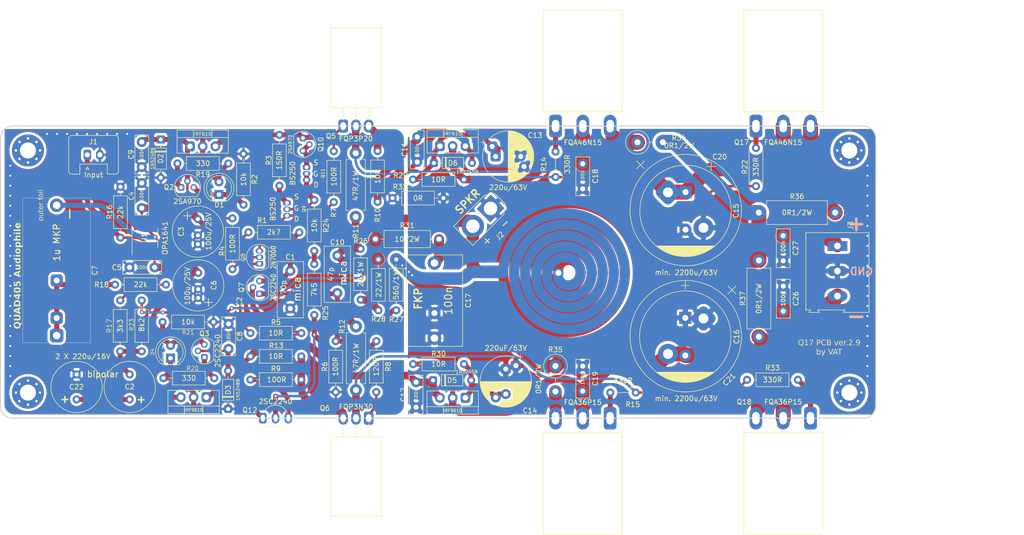
<source format=kicad_pcb>
(kicad_pcb (version 20221018) (generator pcbnew)
  (title_block (title "QUAD405 Reborn") (date "2022-12-11") (rev "2.7"))
  (layers (0 "F.Cu" signal) (31 "B.Cu" signal) (34 "B.Paste" user) (35 "F.Paste" user) (36 "B.SilkS" user "B.Silkscreen") (37 "F.SilkS" user "F.Silkscreen") (38 "B.Mask" user) (39 "F.Mask" user) (44 "Edge.Cuts" user))
  (net 0 "")
  (net 1 "GND")
  (net 2 "Net-(C1-Pad1)")
  (net 3 "Net-(C2-Pad1)")
  (net 4 "Net-(C3-Pad1)")
  (net 5 "Net-(C5-Pad2)")
  (net 6 "Net-(C16-Pad2)")
  (net 7 "Net-(C7-Pad2)")
  (net 8 "Net-(C8-Pad2)")
  (net 9 "Net-(C9-Pad2)")
  (net 10 "Net-(C10-Pad2)")
  (net 11 "Net-(C10-Pad1)")
  (net 12 "Net-(C11-Pad2)")
  (net 13 "GNDPWR")
  (net 14 "Net-(C12-Pad2)")
  (net 15 "Net-(C13-Pad1)")
  (net 16 "Net-(C14-Pad2)")
  (net 17 "Net-(C15-Pad1)")
  (net 18 "Net-(R17-Pad2)")
  (net 19 "Net-(C17-Pad1)")
  (net 20 "Net-(D1-Pad1)")
  (net 21 "Net-(D4-Pad2)")
  (net 22 "Net-(L1-Pad2)")
  (net 23 "Net-(J2-Pad2)")
  (net 24 "Net-(Q2-Pad1)")
  (net 25 "Net-(Q3-Pad1)")
  (net 26 "Net-(Q8-Pad2)")
  (net 27 "Net-(Q5-Pad3)")
  (net 28 "Net-(Q5-Pad2)")
  (net 29 "Net-(Q5-Pad1)")
  (net 30 "Net-(Q6-Pad3)")
  (net 31 "Net-(Q6-Pad2)")
  (net 32 "Net-(Q6-Pad1)")
  (net 33 "Net-(Q15-Pad1)")
  (net 34 "Net-(Q16-Pad1)")
  (net 35 "Net-(C7-Pad1)")
  (net 36 "Net-(J1-Pad2)")
  (net 37 "Net-(R24-Pad2)")
  (net 38 "Net-(R26-Pad2)")
  (net 39 "Net-(Q8-Pad1)")
  (net 40 "Net-(Q7-Pad2)")
  (net 41 "Net-(Q10-Pad2)")
  (net 42 "Net-(Q12-Pad2)")
  (net 43 "Net-(Q12-Pad3)")
  (net 44 "Net-(Q8-Pad3)")
  (net 45 "Net-(Q11-Pad2)")
  (net 46 "Net-(Q9-Pad1)")
  (net 47 "Net-(Q15-Pad3)")
  (net 48 "Net-(Q16-Pad3)")
  (net 49 "Net-(Q17-Pad1)")
  (net 50 "Net-(Q17-Pad3)")
  (net 51 "Net-(Q18-Pad1)")
  (net 52 "Net-(Q18-Pad3)")
  (net 53 "Net-(C2-Pad2)")
  (footprint "Resistor_THT:R_Axial_DIN0411_L9.9mm_D3.6mm_P12.70mm_Horizontal" (layer "F.Cu") (at 121.057419 101.099502 -90)
    (fp_text reference "R12")
    (fp_text value "47R/1W")
  )
  (footprint "MountingHole:MountingHole_3.2mm_M3_Pad_Via" (layer "F.Cu") (at 55.581419 114.309502)
    (fp_text reference "H1" hide)
    (fp_text value "MountingHole" hide)
  )
  (footprint "MountingHole:MountingHole_3.2mm_M3_Pad_Via" (layer "F.Cu") (at 219.53576 65.979502)
    (fp_text reference "H1" hide)
    (fp_text value "MountingHole" hide)
  )
  (footprint "Resistor_THT:R_Axial_DIN0414_L11.9mm_D4.5mm_P5.08mm_Vertical" (layer "F.Cu") (at 160.872979 108.999502 -90)
    (fp_text reference "R35")
    (fp_text value "0R1/2W")
  )
  (footprint "Resistor_THT:R_Axial_DIN0207_L6.3mm_D2.5mm_P10.16mm_Horizontal" (layer "F.Cu") (at 142.597419 71.779502 180)
    (fp_text reference "R29")
    (fp_text value "10R")
  )
  (footprint "Package_TO_SOT_THT:TO-220-3_Vertical" (layer "F.Cu") (at 87.927419 65.154502)
    (fp_text reference "Q1" hide)
    (fp_text value "IRF610")
  )
  (footprint "Resistor_THT:R_Axial_DIN0207_L6.3mm_D2.5mm_P10.16mm_Horizontal" (layer "F.Cu") (at 129.097419 97.879502 90)
    (fp_text reference "R27")
    (fp_text value "560/1W")
  )
  (footprint "Capacitor_THT:C_Disc_D7.5mm_W2.5mm_P5.00mm" (layer "F.Cu") (at 78.302979 69.289502 90)
    (fp_text reference "C9")
    (fp_text value "100n")
  )
  (footprint "Resistor_THT:R_Axial_DIN0207_L6.3mm_D2.5mm_P10.16mm_Horizontal" (layer "F.Cu") (at 199.12 111.76)
    (fp_text reference "R33")
    (fp_text value "330R")
  )
  (footprint "Resistor_THT:R_Axial_DIN0207_L6.3mm_D2.5mm_P10.16mm_Horizontal" (layer "F.Cu") (at 125.117419 104.039502 -90)
    (fp_text reference "R8")
    (fp_text value "120R")
  )
  (footprint "Package_TO_SOT_THT:TO-220-3_Vertical" (layer "F.Cu") (at 142.897502 115.344502 180)
    (fp_text reference "Q14" hide)
    (fp_text value "IRF9610")
  )
  (footprint "Resistor_THT:R_Axial_DIN0207_L6.3mm_D2.5mm_P10.16mm_Horizontal" (layer "F.Cu") (at 116.627419 76.289502 90)
    (fp_text reference "R7")
    (fp_text value "100R")
  )
  (footprint "Resistor_THT:R_Axial_DIN0207_L6.3mm_D2.5mm_P10.16mm_Horizontal" (layer "F.Cu") (at 121.977419 85.609502 -90)
    (fp_text reference "R26")
    (fp_text value "22/1W")
  )
  (footprint "Resistor_THT:R_Axial_DIN0207_L6.3mm_D2.5mm_P10.16mm_Horizontal" (layer "F.Cu") (at 125.367419 76.239502 90)
    (fp_text reference "R10")
    (fp_text value "10R")
  )
  (footprint "Capacitor_THT:CP_Radial_D10.0mm_P5.00mm_P7.50mm" (layer "F.Cu") (at 148.937419 67.179502)
    (fp_text reference "C13")
    (fp_text value "220u/63V")
  )
  (footprint "Package_TO_SOT_THT:TO-220-3_Horizontal_TabDown" (layer "F.Cu") (at 118.511419 61.109502)
    (fp_text reference "Q5")
    (fp_text value "FQP3P20")
  )
  (footprint "MountingHole:MountingHole_3.2mm_M3_Pad_Via" (layer "F.Cu") (at 219.54576 114.309502)
    (fp_text reference "H1" hide)
    (fp_text value "MountingHole" hide)
  )
  (footprint "Diode_THT:D_DO-35_SOD27_P7.62mm_Horizontal" (layer "F.Cu") (at 136.442825 111.849502)
    (fp_text reference "D5")
    (fp_text value "1N5245B")
  )
  (footprint "Capacitor_THT:C_Disc_D11.0mm_W5.0mm_P7.50mm" (layer "F.Cu") (at 107.957419 90.019502 -90)
    (fp_text reference "C1")
    (fp_text value "470p")
  )
  (footprint "Package_TO_SOT_THT:TO-220-3_Vertical" (layer "F.Cu") (at 137.817419 65.114502)
    (fp_text reference "Q13" hide)
    (fp_text value "IRF610")
  )
  (footprint "Package_TO_SOT_THT:TO-92" (layer "F.Cu") (at 110.477419 63.499502 -90)
    (fp_text reference "Q10")
    (fp_text value "2SA970")
  )
  (footprint "Resistor_THT:R_Axial_DIN0207_L6.3mm_D2.5mm_P10.16mm_Horizontal" (layer "F.Cu") (at 99.99 102.44)
    (fp_text reference "R5")
    (fp_text value "10R")
  )
  (footprint "Resistor_THT:R_Axial_DIN0207_L6.3mm_D2.5mm_P10.16mm_Horizontal" (layer "F.Cu") (at 83.132979 92.759502 180)
    (fp_text reference "R18")
    (fp_text value "22k")
  )
  (footprint "Connector_AMASS:AMASS_XT30U-F_1x02_P5.0mm_Vertical" (layer "F.Cu") (at 147.917387 77.552614 -135)
    (fp_text reference "J2")
    (fp_text value "Screw_Terminal_01x02" hide)
  )
  (footprint "Resistor_THT:R_Axial_DIN0414_L11.9mm_D4.5mm_P15.24mm_Horizontal" (layer "F.Cu") (at 201.48 87.92 -90)
    (fp_text reference "R37" hide)
    (fp_text value "0R1/2W")
  )
  (footprint "Resistor_THT:R_Axial_DIN0207_L6.3mm_D2.5mm_P10.16mm_Horizontal" (layer "F.Cu") (at 112.737419 75.869502 -90)
    (fp_text reference "R24")
    (fp_text value "10k")
  )
  (footprint "Diode_THT:D_DO-35_SOD27_P7.62mm_Horizontal" (layer "F.Cu") (at 136.597419 68.489502)
    (fp_text reference "D6")
    (fp_text value "1N5245B")
  )
  (footprint "Resistor_THT:R_Axial_DIN0207_L6.3mm_D2.5mm_P10.16mm_Horizontal" (layer "F.Cu") (at 78.3 106.069502 90)
    (fp_text reference "R23")
    (fp_text value "8k2")
  )
  (footprint "Capacitor_THT:C_Disc_D7.5mm_W2.5mm_P5.00mm" (layer "F.Cu") (at 166.322979 73.63 90)
    (fp_text reference "C18")
    (fp_text value "100n")
  )
  (footprint "Package_TO_SOT_THT:TO-92L_Inline_Wide" (layer "F.Cu") (at 102.47 119.41)
    (fp_text reference "Q12")
    (fp_text value "2SC2240")
  )
  (footprint "Resistor_THT:R_Axial_DIN0207_L6.3mm_D2.5mm_P10.16mm_Horizontal" (layer "F.Cu") (at 110.15 107.07 180)
    (fp_text reference "R13")
    (fp_text value "10R")
  )
  (footprint "Resistor_THT:R_Axial_DIN0207_L6.3mm_D2.5mm_P10.16mm_Horizontal" (layer "F.Cu") (at 74 106.059502 90)
    (fp_text reference "R17")
    (fp_text value "3k3")
  )
  (footprint "Capacitor_THT:C_Disc_D7.5mm_W2.5mm_P5.00mm" (layer "F.Cu") (at 133.287419 68.279502 90)
    (fp_text reference "C11")
    (fp_text value "100n")
  )
  (footprint "L:L_new" (layer "F.Cu") (at 162.827419 90.400002 180)
    (fp_text reference "L1" hide)
    (fp_text value "1u2" hide)
  )
  (footprint "LED_THT:LED_D5.0mm_Clear" (layer "F.Cu") (at 93.717419 74.779502 90)
    (fp_text reference "D1")
    (fp_text value "RED 2V")
  )
  (footprint "Resistor_THT:R_Axial_DIN0207_L6.3mm_D2.5mm_P10.16mm_Horizontal" (layer "F.Cu") (at 112.737419 88.659502 -90)
    (fp_text reference "R25")
    (fp_text value "7k5")
  )
  (footprint "Package_TO_SOT_THT:TO-92L_Inline" (layer "F.Cu") (at 111.197419 69.329502 -90)
    (fp_text reference "Q11")
    (fp_text value "BS250")
  )
  (footprint "Resistor_THT:R_Axial_DIN0207_L6.3mm_D2.5mm_P10.16mm_Horizontal" (layer "F.Cu") (at 82.459856 100.219502)
    (fp_text reference "R21")
    (fp_text value "10k")
  )
  (footprint "MountingHole:MountingHole_3.2mm_M3_Pad_Via" (layer "F.Cu") (at 55.581419 65.979502)
    (fp_text reference "H1" hide)
    (fp_text value "MountingHole" hide)
  )
  (footprint "Capacitor_THT:C_Radial_D10.0mm_H12.5mm_P5.00mm" (layer "F.Cu") (at 75.887419 110.679502 -90)
    (fp_text reference "C2")
    (fp_text value "220uF/16V" hide)
  )
  (footprint "Diode_THT:D_DO-35_SOD27_P7.62mm_Horizontal" (layer "F.Cu") (at 95.537419 117.569502 90)
    (fp_text reference "D3")
    (fp_text value "1N5248B")
  )
  (footprint "Resistor_THT:R_Axial_DIN0207_L6.3mm_D2.5mm_P5.08mm_Vertical" (layer "F.Cu") (at 160.892979 71.284502 90)
    (fp_text reference "R14")
    (fp_text value "330R")
  )
  (footprint "Package_TO_SOT_THT:TO-92L_Inline" (layer "F.Cu") (at 107.287419 76.439502 -90)
    (fp_text reference "Q9")
    (fp_text value "BS250")
  )
  (footprint "Package_TO_SOT_THT:TO-92" (layer "F.Cu") (at 86.147419 73.359502)
    (fp_text reference "Q2")
    (fp_text value "2SA970")
  )
  (footprint "Capacitor_THT:CP_Radial_D18.0mm_P7.50mm" (layer "F.Cu") (at 186.792979 99.396188 -90)
    (fp_text reference "C16")
    (fp_text value "2200uF/63V" hide)
  )
  (footprint "Capacitor_THT:CP_Radial_D22.0mm_P10.00mm_SnapIn" (layer "F.Cu") (at 183.342979 74.337925 -45)
    (fp_text reference "C20")
    (fp_text value "min. 2200u/63V")
  )
  (footprint "Capacitor_THT:CP_Axial_L20.0mm_D13.0mm_P26.00mm_Horizontal" (layer "F.Cu") (at 61.32 76.92 -90)
    (fp_text reference "C7")
    (fp_text value "1u MKP")
  )
  (footprint "Package_TO_SOT_THT:TO-220-3_Horizontal_TabDown" (layer "F.Cu") (at 123.597419 119.414502 180)
    (fp_text reference "Q6")
    (fp_text value "FQP3N30")
  )
  (footprint "Capacitor_THT:C_Disc_D11.0mm_W5.0mm_P7.50mm" (layer "F.Cu") (at 117.337419 86.939502 -90)
    (fp_text reference "C10")
    (fp_text value "47p")
  )
  (footprint "Resistor_THT:R_Axial_DIN0207_L6.3mm_D2.5mm_P10.16mm_Horizontal" (layer "F.Cu") (at 98.607419 76.819502 90)
    (fp_text reference "R2")
    (fp_text value "10k")
  )
  (footprint "" (layer "F.Cu") (at 61.32 99.42)
    (fp_text reference "")
    (fp_text value "")
  )
  (footprint "Package_TO_SOT_THT:TO-92" (layer "F.Cu") (at 101.779919 94.579502 90)
    (fp_text reference "Q7")
    (fp_text value "2SC2240")
  )
  (footprint "Package_TO_SOT_THT:TO-92" (layer "F.Cu") (at 90.799919 107.249502 90)
    (fp_text reference "Q3")
    (fp_text value "2SC2240")
  )
  (footprint "Resistor_THT:R_Axial_DIN0207_L6.3mm_D2.5mm_P10.16mm_Horizontal" (layer "F.Cu") (at 99.99 111.72)
    (fp_text reference "R9")
    (fp_text value "100R")
  )
  (footprint "Capacitor_THT:C_Rect_L18.0mm_W11.0mm_P15.00mm_FKS3_FKP3" (layer "F.Cu") (at 136.717419 88.449502 -90)
    (fp_text reference "C17")
    (fp_text value "100n")
  )
  (footprint "Resistor_THT:R_Axial_DIN0207_L6.3mm_D2.5mm_P10.16mm_Horizontal" (layer "F.Cu") (at 125.537419 97.879502 90)
    (fp_text reference "R28")
    (fp_text value "22/1W")
  )
  (footprint "Package_SO:SOIC-8_3.9x4.9mm_P1.27mm" (layer "F.Cu") (at 78.941419 83.389502 90)
    (fp_text reference "U1")
    (fp_text value "OPA1641")
  )
  (footprint "Resistor_THT:R_Axial_DIN0207_L6.3mm_D2.5mm_P10.16mm_Horizontal" (layer "F.Cu") (at 96.402979 79.519502 -90)
    (fp_text reference "R4")
    (fp_text value "100R")
  )
  (footprint "Resistor_THT:R_Axial_DIN0207_L6.3mm_D2.5mm_P5.08mm_Vertical" (layer "F.Cu") (at 176.9 114.3 180)
    (fp_text reference "R15")
    (fp_text value "330R")
  )
  (footprint "TerminalBlock:TerminalBlock_Altech_AK300-3_P5.00mm" (layer "F.Cu") (at 217.15576 85.044502 -90)
    (fp_text reference "J3")
    (fp_text value "Screw_Terminal_01x03" hide)
  )
  (footprint "Resistor_THT:R_Axial_DIN0414_L11.9mm_D4.5mm_P15.24mm_Horizontal" (layer "F.Cu") (at 216.71 78.38 180)
    (fp_text reference "R36" hide)
    (fp_text value "0R1/2W")
  )
  (footprint "Package_TO_SOT_THT:TO-220-3_Vertical" (layer "F.Cu") (at 91.189856 115.234502 180)
    (fp_text reference "Q4" hide)
    (fp_text value "IRF9610")
  )
  (footprint "Resistor_THT:R_Axial_DIN0207_L6.3mm_D2.5mm_P10.16mm_Horizontal" (layer "F.Cu") (at 82.617419 111.419502)
    (fp_text reference "R20")
    (fp_text value "330")
  )
  (footprint "Package_TO_SOT_THT:TO-3P-3_Horizontal_TabDown" (layer "F.Cu") (at 160.892979 61.109502)
    (fp_text reference "Q15" hide)
    (fp_text value "FQA46N15")
  )
  (footprint "Capacitor_THT:C_Radial_D10.0mm_H12.5mm_P5.00mm" (layer "F.Cu") (at 89.562979 95.409502 90)
    (fp_text reference "C6")
    (fp_text value "100u/25V")
  )
  (footprint "Capacitor_THT:C_Disc_D7.5mm_W2.5mm_P5.00mm" (layer "F.Cu") (at 78.302979 72.479502 -90)
    (fp_text reference "C4")
    (fp_text value "100n")
  )
  (footprint "Resistor_THT:R_Axial_DIN0207_L6.3mm_D2.5mm_P7.62mm_Horizontal" (layer "F.Cu") (at 200.9 73.1 90)
    (fp_text reference "R22" hide)
    (fp_text value "330R")
  )
  (footprint "Package_TO_SOT_THT:TO-3P-3_Horizontal_TabDown" (layer "F.Cu") (at 200.892979 61.109502)
    (fp_text reference "Q17")
    (fp_text value "FQA46N15")
  )
  (footprint "Resistor_THT:R_Axial_DIN0411_L9.9mm_D3.6mm_P12.70mm_Horizontal" (layer "F.Cu") (at 120.997419 66.519502 -90)
    (fp_text reference "R11")
    (fp_text value "47R/1W")
  )
  (footprint "Connector_Stocko:Stocko_MKS_1651-6-0-202_1x2_P2.50mm_Vertical" (layer "F.Cu") (at 67.432979 66.839502)
    (fp_text reference "J1")
    (fp_text value "Input")
  )
  (footprint "Resistor_THT:R_Axial_DIN0207_L6.3mm_D2.5mm_P10.16mm_Horizontal" (layer "F.Cu") (at 117.017419 104.039502 -90)
    (fp_text reference "R6")
    (fp_text value "100R")
  )
  (footprint "Resistor_THT:R_Axial_DIN0309_L9.0mm_D3.2mm_P12.70mm_Horizontal" (layer "F.Cu") (at 124.937419 83.669502)
    (fp_text reference "R31")
    (fp_text value "10/2W")
  )
  (footprint "Resistor_THT:R_Axial_DIN0414_L11.9mm_D4.5mm_P5.08mm_Vertical" (layer "F.Cu") (at 177.245 64.35)
    (fp_text reference "R34")
    (fp_text value "0R1/2W")
  )
  (footprint "Capacitor_THT:C_Disc_D7.5mm_W2.5mm_P5.00mm" (layer "F.Cu") (at 95.627419 100.579502 -90)
    (fp_text reference "C8")
    (fp_text value "100n")
  )
  (footprint "Capacitor_THT:CP_Radial_D22.0mm_P10.00mm_SnapIn" (layer "F.Cu") (at 190.422979 99.513968 -135)
    (fp_text reference "C21")
    (fp_text value "min. 2200u/63V")
  )
  (footprint "Capacitor_THT:C_Disc_D7.5mm_W2.5mm_P5.00mm" (layer "F.Cu") (at 133.050127 117.229502 90)
    (fp_text reference "C12")
    (fp_text value "100n")
  )
  (footprint "Capacitor_THT:C_Disc_D7.5mm_W2.5mm_P5.00mm" (layer "F.Cu") (at 166.312979 114.029502 90)
    (fp_text reference "C19")
    (fp_text value "100n")
  )
  (footprint "Capacitor_THT:C_Disc_D7.5mm_W2.5mm_P5.00mm" (layer "F.Cu") (at 75.857419 89.309502)
    (fp_text reference "C5")
    (fp_text value "100n")
  )
  (footprint "Package_TO_SOT_THT:TO-92_Inline" (layer "F.Cu") (at 101.787419 88.569502 90)
    (fp_text reference "Q8")
    (fp_text value "2N7000")
  )
  (footprint "Resistor_THT:R_Axial_DIN0207_L6.3mm_D2.5mm_P10.16mm_Horizontal" (layer "F.Cu") (at 142.627419 108.619502 180)
    (fp_text reference "R30")
    (fp_text value "10R")
  )
  (footprint "Resistor_THT:R_Axial_DIN0207_L6.3mm_D2.5mm_P10.16mm_Horizontal" (layer "F.Cu") (at 128.357419 75.479502)
    (fp_text reference "R32")
    (fp_text value "0R")
  )
  (footprint "Capacitor_THT:C_Disc_D7.5mm_W2.5mm_P5.00mm" (layer "F.Cu") (at 206.332979 88 90)
    (fp_text reference "C27" hide)
    (fp_text value "100n")
  )
  (footprint "Resistor_THT:R_Axial_DIN0207_L6.3mm_D2.5mm_P10.16mm_Horizontal" (layer "F.Cu") (at 99.587419 82.309502)
    (fp_text reference "R1")
    (fp_text value "2k7")
  )
  (footprint "Capacitor_THT:CP_Radial_D10.0mm_P5.00mm_P7.50mm" (layer "F.Cu") (at 150.96 109.6 -90)
    (fp_text reference "C14")
    (fp_text value "220uF/63V")
  )
  (footprint "Capacitor_THT:C_Radial_D10.0mm_H12.5mm_P5.00mm" (layer "F.Cu") (at 65.29 110.68 -90)
    (fp_text reference "C22")
    (fp_text value "2 X 220u/16V")
  )
  (footprint "LED_THT:LED_D5.0mm_Clear" (layer "F.Cu") (at 84.039856 107.439502 90)
    (fp_text reference "D4")
    (fp_text value "RED 2V")
  )
  (footprint "Capacitor_THT:CP_Radial_D18.0mm_P7.50mm" (layer "F.Cu") (at 186.842979 74.287925 -90)
    (fp_text reference "C15")
    (fp_text value "2200uF/63V" hide)
  )
  (footprint "" (layer "F.Cu") (at 61.32 91.92)
    (fp_text reference "")
    (fp_text value "")
  )
  (footprint "Diode_THT:D_DO-35_SOD27_P7.62mm_Horizontal" (layer "F.Cu") (at 82.097419 63.789502 -90)
    (fp_text reference "D2")
    (fp_text value "1N5248B")
  )
  (footprint "Capacitor_THT:C_Radial_D10.0mm_H12.5mm_P5.00mm" (layer "F.Cu") (at 89.502979 79.679502 -90)
    (fp_text reference "C3")
    (fp_text value "100u/25V")
  )
  (footprint "Resistor_THT:R_Axial_DIN0207_L6.3mm_D2.5mm_P10.16mm_Horizontal" (layer "F.Cu") (at 95.577419 68.579502 180)
    (fp_text reference "R19")
    (fp_text value "330")
  )
  (footprint "Package_TO_SOT_THT:TO-3P-3_Horizontal_TabDown" (layer "F.Cu") (at 211.782979 119.419502 180)
    (fp_text reference "Q18")
    (fp_text value "FQA36P15")
  )
  (footprint "Capacitor_THT:C_Disc_D7.5mm_W2.5mm_P5.00mm" (layer "F.Cu") (at 206.352979 98.06 90)
    (fp_text reference "C26")
    (fp_text value "100n")
  )
  (footprint "Resistor_THT:R_Axial_DIN0207_L6.3mm_D2.5mm_P10.16mm_Horizontal" (layer "F.Cu") (at 105.767419 62.862002 -90)
    (fp_text reference "R3")
    (fp_text value "150R")
  )
  (footprint "Package_TO_SOT_THT:TO-3P-3_Horizontal_TabDown" (layer "F.Cu") (at 171.782979 119.419502 180)
    (fp_text reference "Q16" hide)
    (fp_text value "FQA36P15")
  )
  (footprint "Resistor_THT:R_Axial_DIN0207_L6.3mm_D2.5mm_P10.16mm_Horizontal" (layer "F.Cu") (at 74.047419 73.219502 -90)
    (fp_text reference "R16")
    (fp_text value "22k")
  )
  (gr_line (start 52.567419 61.109502) (end 222.362979 61.109502) (stroke (width 0.2)) (layer "Edge.Cuts"))
  (gr_arc (start 222.362979 61.109502) (mid 224.09539 61.82709) (end 224.812978 63.559501) (stroke (width 0.2)) (layer "Edge.Cuts"))
  (gr_line (start 224.812979 63.559502) (end 224.800567 116.967091) (stroke (width 0.2)) (layer "Edge.Cuts"))
  (gr_line (start 52.555007 119.417091) (end 222.350568 119.41709) (stroke (width 0.2)) (layer "Edge.Cuts"))
  (gr_arc (start 52.555007 119.417091) (mid 50.822595 118.699503) (end 50.105007 116.967091) (stroke (width 0.2)) (layer "Edge.Cuts"))
  (gr_line (start 50.117419 63.559502) (end 50.105007 116.967091) (stroke (width 0.2)) (layer "Edge.Cuts"))
  (gr_arc (start 224.800567 116.967091) (mid 224.082979 118.699502) (end 222.350568 119.41709) (stroke (width 0.2)) (layer "Edge.Cuts"))
  (gr_arc (start 50.117419 63.559502) (mid 50.835007 61.827091) (end 52.567418 61.109503) (stroke (width 0.2)) (layer "Edge.Cuts"))
  (gr_text "GND" (at 221.95 90.12) (layer "B.SilkS") (effects (font (size 1.5 1.5) (thickness 0.3)) (justify mirror)))
  (gr_text "-" (at 220.93 98.97) (layer "B.SilkS") (effects (font (size 3 3) (thickness 0.5))))
  (gr_text "+" (at 220.93 80.5) (layer "B.SilkS") (effects (font (size 3 3) (thickness 0.5))))
  (gr_text "QUAD405 Audiophile" (at 53.55 90.989502 90) (layer "F.SilkS") (effects (font (size 1.3 1.3) (thickness 0.26) bold)))
  (gr_text "+" (at 78.19 115.64) (layer "F.SilkS") (effects (font (size 1.5 1.5) (thickness 0.3))))
  (gr_text "mica" (at 118.49 90.45 90) (layer "F.SilkS") (effects (font (size 1.4 1.4) (thickness 0.2))))
  (gr_text "FKP" (at 133.48 95.55 90) (layer "F.SilkS") (effects (font (size 1.5 1.5) (thickness 0.3))))
  (gr_text "bipolar" (at 70.53 110.64) (layer "F.SilkS") (effects (font (size 1.2 1.2) (thickness 0.2))))
  (gr_text "G" (at 109.147419 77.489502) (layer "F.SilkS") (effects (font (size 1 1))))
  (gr_text "D" (at 113.097419 72.819502) (layer "F.SilkS") (effects (font (size 1 1))))
  (gr_text "S" (at 113.057419 68.409502) (layer "F.SilkS") (effects (font (size 1 1))))
  (gr_text "G" (at 113.017419 70.669502) (layer "F.SilkS") (effects (font (size 1 1))))
  (gr_text "-" (at 220.93076 98.97) (layer "F.SilkS") (effects (font (size 3 3) (thickness 0.5))))
  (gr_text "+" (at 62.96 115.58) (layer "F.SilkS") (effects (font (size 1.5 1.5) (thickness 0.3))))
  (gr_text "mica" (at 109.3 93.66 90) (layer "F.SilkS") (effects (font (size 1.4 1.4) (thickness 0.2))))
  (gr_text "Q17 PCB ver.2.9\nby VAT" (at 215.51 105.33) (layer "F.SilkS") (effects (font (size 1.1 1.1) (thickness 0.2))))
  (gr_text "+" (at 220.93076 80.49) (layer "F.SilkS") (effects (font (size 3 3) (thickness 0.5))))
  (gr_text "S" (at 109.187419 75.229502) (layer "F.SilkS") (effects (font (size 1 1))))
  (gr_text "SPKR" (at 143.34 76.19 45) (layer "F.SilkS") (effects (font (size 1.5 1.5) (thickness 0.3))))
  (gr_text "D" (at 109.217419 79.639502) (layer "F.SilkS") (effects (font (size 1 1))))
  (via (at 52.06 101.01) (size 0.8) (drill 0.4) (layers "F.Cu" "B.Cu") (net 1))
  (via (at 67.4 62.68) (size 0.8) (drill 0.4) (layers "F.Cu" "B.Cu") (net 1))
  (via (at 52.06 107.01) (size 0.8) (drill 0.4) (layers "F.Cu" "B.Cu") (net 1))
  (via (at 52.06 69.01) (size 0.8) (drill 0.4) (layers "F.Cu" "B.Cu") (net 1))
  (via (at 69.4 62.68) (size 0.8) (drill 0.4) (layers "F.Cu" "B.Cu") (net 1))
  (via (at 52.06 105.01) (size 0.8) (drill 0.4) (layers "F.Cu" "B.Cu") (net 1))
  (via (at 52.06 97.01) (size 0.8) (drill 0.4) (layers "F.Cu" "B.Cu") (net 1))
  (via (at 59.4 62.68) (size 0.8) (drill 0.4) (layers "F.Cu" "B.Cu") (net 1))
  (via (at 52.06 77.01) (size 0.8) (drill 0.4) (layers "F.Cu" "B.Cu") (net 1))
  (via (at 63.4 62.68) (size 0.8) (drill 0.4) (layers "F.Cu" "B.Cu") (net 1))
  (via (at 52.06 71.01) (size 0.8) (drill 0.4) (layers "F.Cu" "B.Cu") (net 1))
  (via (at 52.06 109.01) (size 0.8) (drill 0.4) (layers "F.Cu" "B.Cu") (net 1))
  (via (at 52.06 103.01) (size 0.8) (drill 0.4) (layers "F.Cu" "B.Cu") (net 1))
  (via (at 52.06 111.01) (size 0.8) (drill 0.4) (layers "F.Cu" "B.Cu") (net 1))
  (via (at 52.06 85.01) (size 0.8) (drill 0.4) (layers "F.Cu" "B.Cu") (net 1))
  (via (at 52.06 89.01) (size 0.8) (drill 0.4) (layers "F.Cu" "B.Cu") (net 1))
  (via (at 61.4 62.68) (size 0.8) (drill 0.4) (layers "F.Cu" "B.Cu") (net 1))
  (via (at 52.06 91.01) (size 0.8) (drill 0.4) (layers "F.Cu" "B.Cu") (net 1))
  (via (at 52.06 87.01) (size 0.8) (drill 0.4) (layers "F.Cu" "B.Cu") (net 1))
  (via (at 52.06 75.01) (size 0.8) (drill 0.4) (layers "F.Cu" "B.Cu") (net 1))
  (via (at 52.06 79.01) (size 0.8) (drill 0.4) (layers "F.Cu" "B.Cu") (net 1))
  (via (at 52.06 73.01) (size 0.8) (drill 0.4) (layers "F.Cu" "B.Cu") (net 1))
  (via (at 65.4 62.68) (size 0.8) (drill 0.4) (layers "F.Cu" "B.Cu") (net 1))
  (via (at 73.4 62.68) (size 0.8) (drill 0.4) (layers "F.Cu" "B.Cu") (net 1))
  (via (at 52.06 99.01) (size 0.8) (drill 0.4) (layers "F.Cu" "B.Cu") (net 1))
  (via (at 52.06 83.01) (size 0.8) (drill 0.4) (layers "F.Cu" "B.Cu") (net 1))
  (via (at 71.4 62.68) (size 0.8) (drill 0.4) (layers "F.Cu" "B.Cu") (net 1))
  (via (at 52.06 95.01) (size 0.8) (drill 0.4) (layers "F.Cu" "B.Cu") (net 1))
  (via (at 52.06 81.01) (size 0.8) (drill 0.4) (layers "F.Cu" "B.Cu") (net 1))
  (via (at 75.4 62.68) (size 0.8) (drill 0.4) (layers "F.Cu" "B.Cu") (net 1))
  (via (at 52.06 93.01) (size 0.8) (drill 0.4) (layers "F.Cu" "B.Cu") (net 1))
  (segment (start 108.836099 83.220822) (end 109.747419 82.309502) (width 1) (layer "F.Cu") (net 2))
  (segment (start 101.779919 92.039502) (end 104.694778 92.039502) (width 1) (layer "F.Cu") (net 2))
  (segment (start 106.816099 91.160822) (end 107.957419 90.019502) (width 1) (layer "F.Cu") (net 2))
  (segment (start 107.957419 90.019502) (end 107.957419 85.342143) (width 1) (layer "F.Cu") (net 2))
  (arc (start 104.694778 92.039502) (mid 105.842829 91.81114) (end 106.816099 91.160822) (width 1) (layer "F.Cu") (net 2))
  (arc (start 108.836099 83.220822) (mid 108.18578 84.194092) (end 107.957419 85.342143) (width 1) (layer "F.Cu") (net 2))
  (segment (start 78.3 106.069502) (end 74.01 106.069502) (width 1) (layer "F.Cu") (net 3))
  (segment (start 74 106.059502) (end 74 107.963656) (width 1) (layer "F.Cu") (net 3))
  (segment (start 74.01 106.069502) (end 74 106.059502) (width 1) (layer "F.Cu") (net 3))
  (segment (start 74.585787 109.37787) (end 75.887419 110.679502) (width 1) (layer "F.Cu") (net 3))
  (arc (start 74.585787 109.37787) (mid 74.152241 108.729023) (end 74 107.963656) (width 1) (layer "F.Cu") (net 3))
  (segment (start 93.007419 65.154502) (end 93.832419 64.329502) (width 1) (layer "F.Cu") (net 4))
  (segment (start 93.832419 64.329502) (end 98.524778 64.329502) (width 1) (layer "F.Cu") (net 4))
  (segment (start 91.044299 81.220822) (end 89.502979 79.679502) (width 1) (layer "F.Cu") (net 4))
  (segment (start 100.83874 77.928181) (end 97.546098 81.220823) (width 1) (layer "F.Cu") (net 4))
  (segment (start 78.302979 80.911062) (end 78.306419 80.914502) (width 0.5) (layer "F.Cu") (net 4))
  (segment (start 78.302979 77.479502) (end 86.060338 77.479502) (width 1.5) (layer "F.Cu") (net 4))
  (segment (start 100.646098 65.208181) (end 100.838739 65.400822) (width 1) (layer "F.Cu") (net 4))
  (segment (start 78.302979 77.479502) (end 78.302979 80.911062) (width 0.5) (layer "F.Cu") (net 4))
  (segment (start 95.424778 82.099502) (end 93.16562 82.099502) (width 1) (layer "F.Cu") (net 4))
  (segment (start 101.717419 67.522143) (end 101.717419 75.806861) (width 1) (layer "F.Cu") (net 4))
  (segment (start 88.181659 78.358182) (end 89.502979 79.679502) (width 1.5) (layer "F.Cu") (net 4))
  (arc (start 101.717419 75.806861) (mid 101.489058 76.954911) (end 100.83874 77.928181) (width 1) (layer "F.Cu") (net 4))
  (arc (start 91.044299 81.220822) (mid 92.017569 81.871141) (end 93.16562 82.099502) (width 1) (layer "F.Cu") (net 4))
  (arc (start 98.524778 64.329502) (mid 99.672828 64.557863) (end 100.646098 65.208181) (width 1) (layer "F.Cu") (net 4))
  (arc (start 100.838739 65.400822) (mid 101.489058 66.374092) (end 101.717419 67.522143) (width 1) (layer "F.Cu") (net 4))
  (arc (start 88.181659 78.358182) (mid 87.208389 77.707863) (end 86.060338 77.479502) (width 1.5) (layer "F.Cu") (net 4))
  (arc (start 97.546098 81.220823) (mid 96.572828 81.871141) (end 95.424778 82.099502) (width 1) (layer "F.Cu") (net 4))
  (segment (start 82.413739 114.355822) (end 81.538524 113.480607) (width 1) (layer "F.Cu") (net 5))
  (segment (start 80.857419 89.309502) (end 80.857419 85.875502) (width 0.5) (layer "F.Cu") (net 5))
  (segment (start 80.659845 111.359287) (end 80.659845 99.322007) (width 1) (layer "F.Cu") (net 5))
  (segment (start 86.109856 115.234502) (end 84.53506 115.234502) (width 1) (layer "F.Cu") (net 5))
  (segment (start 88.790142 90.409502) (end 89.562979 90.409502) (width 1) (layer "F.Cu") (net 5))
  (segment (start 88.755872 89.602395) (end 89.562979 90.409502) (width 1.5) (layer "F.Cu") (net 5))
  (segment (start 80.857419 89.309502) (end 88.048765 89.309502) (width 1.5) (layer "F.Cu") (net 5))
  (segment (start 80.857419 85.875502) (end 80.846419 85.864502) (width 0.5) (layer "F.Cu") (net 5))
  (segment (start 81.212949 97.986695) (end 88.790142 90.409502) (width 1) (layer "F.Cu") (net 5))
  (segment (start 80.846419 89.298502) (end 80.857419 89.309502) (width 0.6) (layer "F.Cu") (net 5))
  (segment (start 80.659845 89.507076) (end 80.857419 89.309502) (width 1) (layer "F.Cu") (net 5))
  (arc (start 82.413739 114.355822) (mid 83.387009 115.006141) (end 84.53506 115.234502) (width 1) (layer "F.Cu") (net 5))
  (arc (start 88.755872 89.602395) (mid 88.431449 89.385622) (end 88.048765 89.309502) (width 1.5) (layer "F.Cu") (net 5))
  (arc (start 80.659845 99.322007) (mid 80.803592 98.599341) (end 81.212949 97.986695) (width 1) (layer "F.Cu") (net 5))
  (arc (start 81.538524 113.480607) (mid 80.888206 112.507337) (end 80.659845 111.359287) (width 1) (layer "F.Cu") (net 5))
  (segment (start 206.352979 98.06) (end 212.069194 98.06) (width 3) (layer "F.Cu") (net 6))
  (segment (start 181.351911 108.585036) (end 173.828513 108.585036) (width 3) (layer "F.Cu") (net 6))
  (segment (start 186.481827 106.585036) (end 186.792979 106.896188) (width 2) (layer "F.Cu") (net 6))
  (segment (start 139.478822 110.710905) (end 138.266098 109.498181) (width 1) (layer "F.Cu") (net 6))
  (segment (start 154.344466 116.715534) (end 158.055534 113.004466) (width 1.5) (layer "F.Cu") (net 6))
  (segment (start 165.287943 113.004466) (end 166.312979 114.029502) (width 1) (layer "F.Cu") (net 6))
  (segment (start 170.292979 110.049502) (end 166.312979 114.029502) (width 3) (layer "F.Cu") (net 6))
  (segment (start 136.144778 108.619502) (end 132.467419 108.619502) (width 1) (layer "F.Cu") (net 6))
  (segment (start 140.357502 115.344502) (end 140.357502 116.703288) (width 1.5) (layer "F.Cu") (net 6))
  (segment (start 141.834214 118.18) (end 150.808932 118.18) (width 1.5) (layer "F.Cu") (net 6))
  (segment (start 161.591068 111.54) (end 161.752409 111.54) (width 1) (layer "F.Cu") (net 6))
  (segment (start 140.357502 115.344502) (end 140.357502 112.832226) (width 1) (layer "F.Cu") (net 6))
  (segment (start 206.352979 98.06) (end 206.352979 119.399502) (width 3) (layer "F.Cu") (net 6))
  (segment (start 215.604728 96.595534) (end 217.15576 95.044502) (width 3) (layer "F.Cu") (net 6))
  (segment (start 201.451068 98.06) (end 206.352979 98.06) (width 3) (layer "F.Cu") (net 6))
  (segment (start 183.351911 106.585036) (end 186.481827 106.585036) (width 3) (layer "F.Cu") (net 6))
  (segment (start 140.650395 117.410395) (end 141.127107 117.887107) (width 1.5) (layer "F.Cu") (net 6))
  (segment (start 186.792979 106.896188) (end 188.472744 106.896188) (width 3) (layer "F.Cu") (net 6))
  (segment (start 192.008278 105.431722) (end 197.915534 99.524466) (width 3) (layer "F.Cu") (net 6))
  (segment (start 166.312979 114.029502) (end 166.312979 117.069502) (width 3) (layer "F.Cu") (net 6))
  (segment (start 166.312979 117.069502) (end 166.302979 117.079502) (width 1.25) (layer "F.Cu") (net 6))
  (segment (start 183.351911 106.585036) (end 181.351911 108.585036) (width 3) (layer "F.Cu") (net 6))
  (segment (start 206.352979 119.399502) (end 206.332979 119.419502) (width 2.5) (layer "F.Cu") (net 6))
  (arc (start 192.008278 105.431722) (mid 190.386161 106.515586) (end 188.472744 106.896188) (width 3) (layer "F.Cu") (net 6))
  (arc (start 140.357502 116.703288) (mid 140.433622 117.085971) (end 140.650395 117.410395) (width 1.5) (layer "F.Cu") (net 6))
  (arc (start 173.828513 108.585036) (mid 171.915096 108.965638) (end 170.292979 110.049502) (width 3) (layer "F.Cu") (net 6))
  (arc (start 136.144778 108.619502) (mid 137.292828 108.847863) (end 138.266098 109.498181) (width 1) (layer "F.Cu") (net 6))
  (arc (start 158.055534 113.004466) (mid 159.677651 111.920602) (end 161.591068 111.54) (width 1.5) (layer "F.Cu") (net 6))
  (arc (start 201.451068 98.06) (mid 199.537651 98.440602) (end 197.915534 99.524466) (width 3) (layer "F.Cu") (net 6))
  (arc (start 165.287943 113.004466) (mid 163.665826 111.920602) (end 161.752409 111.54) (width 1.5) (layer "F.Cu") (net 6))
  (arc (start 141.127107 117.887107) (mid 141.45153 118.10388) (end 141.834214 118.18) (width 1.5) (layer "F.Cu") (net 6))
  (arc (start 154.344466 116.715534) (mid 152.722349 117.799398) (end 150.808932 118.18) (width 1.5) (layer "F.Cu") (net 6))
  (arc (start 139.478822 110.710905) (mid 140.129141 111.684175) (end 140.357502 112.832226) (width 1) (layer "F.Cu") (net 6))
  (arc (start 212.069194 98.06) (mid 213.982611 97.679398) (end 215.604728 96.595534) (width 3) (layer "F.Cu") (net 6))
  (segment (start 61.32 99.42) (end 61.32 102.92) (width 1) (layer "F.Cu") (net 7))
  (segment (start 61.32 91.92) (end 61.32 99.42) (width 1) (layer "F.Cu") (net 7))
  (segment (start 61.32 91.92) (end 62.159502 92.759502) (width 1) (layer "F.Cu") (net 7))
  (segment (start 62.159502 92.759502) (end 72.972979 92.759502) (width 1) (layer "F.Cu") (net 7))
  (segment (start 95.227419 105.979502) (end 95.627419 105.579502) (width 0.5) (layer "F.Cu") (net 8))
  (segment (start 95.537419 111.323519) (end 91.626436 115.234502) (width 1) (layer "F.Cu") (net 8))
  (segment (start 95.537419 105.669502) (end 95.627419 105.579502) (width 1) (layer "F.Cu") (net 8))
  (segment (start 95.237419 105.969502) (end 95.627419 105.579502) (width 1) (layer "F.Cu") (net 8))
  (segment (start 95.537419 109.949502) (end 95.537419 111.323519) (width 1) (layer "F.Cu") (net 8))
  (segment (start 95.537419 109.949502) (end 95.537419 105.669502) (width 1) (layer "F.Cu") (net 8))
  (segment (start 89.529919 105.979502) (end 95.227419 105.979502) (width 0.5) (layer "F.Cu") (net 8))
  (segment (start 91.626436 115.234502) (end 91.189856 115.234502) (width 1) (layer "F.Cu") (net 8))
  (segment (start 87.417419 65.664502) (end 87.927419 65.154502) (width 1) (layer "F.Cu") (net 9))
  (segment (start 82.097419 63.789502) (end 78.802979 63.789502) (width 1) (layer "F.Cu") (net 9))
  (segment (start 82.097419 63.789502) (end 85.319778 63.789502) (width 1) (layer "F.Cu") (net 9))
  (segment (start 78.802979 63.789502) (end 78.302979 64.289502) (width 1) (layer "F.Cu") (net 9))
  (segment (start 87.417419 72.089502) (end 87.417419 73.786861) (width 0.5) (layer "F.Cu") (net 9))
  (segment (start 87.441099 64.668182) (end 87.927419 65.154502) (width 1) (layer "F.Cu") (net 9))
  (segment (start 87.417419 72.089502) (end 87.417419 65.664502) (width 1) (layer "F.Cu") (net 9))
  (segment (start 93.15006 79.519502) (end 96.402979 79.519502) (width 0.5) (layer "F.Cu") (net 9))
  (segment (start 88.296099 75.908182) (end 91.02874 78.640823) (width 0.5) (layer "F.Cu") (net 9))
  (arc (start 87.417419 73.786861) (mid 87.64578 74.934912) (end 88.296099 75.908182) (width 0.5) (layer "F.Cu") (net 9))
  (arc (start 93.15006 79.519502) (mid 92.00201 79.291141) (end 91.02874 78.640823) (width 0.5) (layer "F.Cu") (net 9))
  (arc (start 85.319778 63.789502) (mid 86.467829 64.017864) (end 87.441099 64.668182) (width 1) (layer "F.Cu") (net 9))
  (segment (start 128.467419 97.879502) (end 123.186098 103.160823) (width 1) (layer "F.Cu") (net 10))
  (segment (start 129.097419 97.879502) (end 128.467419 97.879502) (width 1) (layer "F.Cu") (net 10))
  (segment (start 121.064778 104.039502) (end 117.017419 104.039502) (width 1) (layer "F.Cu") (net 10))
  (segment (start 117.337419 103.719502) (end 117.017419 104.039502) (width 1) (layer "F.Cu") (net 10))
  (segment (start 101.779919 94.579502) (end 117.197419 94.579502) (width 1) (layer "F.Cu") (net 10))
  (segment (start 117.337419 94.439502) (end 117.337419 103.719502) (width 1) (layer "F.Cu") (net 10))
  (segment (start 117.197419 94.579502) (end 117.337419 94.439502) (width 1) (layer "F.Cu") (net 10))
  (arc (start 121.064778 104.039502) (mid 122.212828 103.811141) (end 123.186098 103.160823) (width 1) (layer "F.Cu") (net 10))
  (segment (start 120.997419 84.215288) (end 120.997419 79.219502) (width 1.5) (layer "F.Cu") (net 11))
  (segment (start 120.997419 82.141502) (end 120.997419 79.219502) (width 1.5) (layer "F.Cu") (net 11))
  (segment (start 119.857419 99.899502) (end 119.857419 90.702143) (width 1.5) (layer "F.Cu") (net 11))
  (segment (start 118.374526 85.902395) (end 117.337419 86.939502) (width 1.5) (layer "F.Cu") (net 11))
  (segment (start 121.977419 85.609502) (end 119.081633 85.609502) (width 1.5) (layer "F.Cu") (net 11))
  (segment (start 121.977419 85.609502) (end 121.290312 84.922395) (width 1.5) (layer "F.Cu") (net 11))
  (segment (start 118.978739 88.580822) (end 117.337419 86.939502) (width 1.5) (layer "F.Cu") (net 11))
  (segment (start 121.057419 101.099502) (end 119.857419 99.899502) (width 1.5) (layer "F.Cu") (net 11))
  (arc (start 119.857419 90.702143) (mid 119.629057 89.554092) (end 118.978739 88.580822) (width 1.5) (layer "F.Cu") (net 11))
  (arc (start 121.290312 84.922395) (mid 121.073539 84.597972) (end 120.997419 84.215288) (width 1.5) (layer "F.Cu") (net 11))
  (arc (start 118.374526 85.902395) (mid 118.698949 85.685622) (end 119.081633 85.609502) (width 1.5) (layer "F.Cu") (net 11))
  (segment (start 91.529133 62.862002) (end 105.767419 62.862002) (width 1) (layer "F.Cu") (net 12))
  (segment (start 143.338739 65.555822) (end 142.897419 65.114502) (width 1) (layer "F.Cu") (net 12))
  (segment (start 93.717419 72.239502) (end 93.717419 71.682143) (width 1) (layer "F.Cu") (net 12))
  (segment (start 110.477419 63.499502) (end 110.60693 63.369991) (width 1) (layer "F.Cu") (net 12))
  (segment (start 90.467419 65.154502) (end 90.467419 64.885722) (width 1) (layer "F.Cu") (net 12))
  (segment (start 90.760312 63.216609) (end 90.822026 63.154895) (width 1) (layer "F.Cu") (net 12))
  (segment (start 118.605846 71.335288) (end 120.980564 71.335288) (width 1) (layer "F.Cu") (net 12))
  (segment (start 110.60693 63.369991) (end 112.563694 63.369991) (width 1) (layer "F.Cu") (net 12))
  (segment (start 114.047419 65.267929) (end 114.047419 66.776861) (width 1) (layer "F.Cu") (net 12))
  (segment (start 91.346099 69.868182) (end 93.717419 72.239502) (width 1) (layer "F.Cu") (net 12))
  (segment (start 125.367419 76.239502) (end 125.367419 74.479502) (width 1.5) (layer "F.Cu") (net 12))
  (segment (start 114.926099 68.898182) (end 116.484526 70.456609) (width 1) (layer "F.Cu") (net 12))
  (segment (start 109.839919 62.862002) (end 110.477419 63.499502) (width 1) (layer "F.Cu") (net 12))
  (segment (start 125.367419 73.02616) (end 125.347419 73.00616) (width 1) (layer "F.Cu") (net 12))
  (segment (start 90.467419 65.154502) (end 90.467419 67.746861) (width 1) (layer "F.Cu") (net 12))
  (segment (start 123.101885 72.213968) (end 125.367419 74.479502) (width 1) (layer "F.Cu") (net 12))
  (segment (start 133.287419 63.823519) (end 126.226098 70.88484) (width 1.5) (layer "F.Cu") (net 12))
  (segment (start 144.217419 68.489502) (end 144.217419 67.677143) (width 1) (layer "F.Cu") (net 12))
  (segment (start 133.287419 63.279502) (end 133.287419 63.823519) (width 1.5) (layer "F.Cu") (net 12))
  (segment (start 94.596099 69.560822) (end 95.577419 68.579502) (width 1) (layer "F.Cu") (net 12))
  (segment (start 90.467419 65.154502) (end 90.467419 63.923716) (width 1) (layer "F.Cu") (net 12))
  (segment (start 105.767419 62.862002) (end 109.839919 62.862002) (width 1) (layer "F.Cu") (net 12))
  (segment (start 125.367419 74.479502) (end 125.367419 73.02616) (width 1.5) (layer "F.Cu") (net 12))
  (segment (start 113.270801 63.662884) (end 113.461632 63.853715) (width 1) (layer "F.Cu") (net 12))
  (arc (start 113.461632 63.853715) (mid 113.895178 64.502562) (end 114.047419 65.267929) (width 1) (layer "F.Cu") (net 12))
  (arc (start 91.529133 62.862002) (mid 91.14645 62.938122) (end 90.822026 63.154895) (width 1) (layer "F.Cu") (net 12))
  (arc (start 120.980564 71.335288) (mid 122.128615 71.56365) (end 123.101885 72.213968) (width 1) (layer "F.Cu") (net 12))
  (arc (start 143.338739 65.555822) (mid 143.989058 66.529092) (end 144.217419 67.677143) (width 1) (layer "F.Cu") (net 12))
  (arc (start 126.226098 70.88484) (mid 125.57578 71.85811) (end 125.347419 73.00616) (width 1.5) (layer "F.Cu") (net 12))
  (arc (start 93.717419 71.682143) (mid 93.945781 70.534092) (end 94.596099 69.560822) (width 1) (layer "F.Cu") (net 12))
  (arc (start 114.926099 68.898182) (mid 114.27578 67.924912) (end 114.047419 66.776861) (width 1) (layer "F.Cu") (net 12))
  (arc (start 90.760312 63.216609) (mid 90.543539 63.541032) (end 90.467419 63.923716) (width 1) (layer "F.Cu") (net 12))
  (arc (start 91.346099 69.868182) (mid 90.69578 68.894912) (end 90.467419 67.746861) (width 1) (layer "F.Cu") (net 12))
  (arc (start 112.563694 63.369991) (mid 112.946378 63.446111) (end 113.270801 63.662884) (width 1) (layer "F.Cu") (net 12))
  (arc (start 118.605846 71.335288) (mid 117.457796 71.106927) (end 116.484526 70.456609) (width 1) (layer "F.Cu") (net 12))
  (segment (start 133.287419 63.279502) (end 133.897419 62.669502) (width 1.5) (layer "B.Cu") (net 12))
  (segment (start 142.897419 65.09321) (end 142.897419 65.114502) (width 1.25) (layer "B.Cu") (net 12))
  (segment (start 133.897419 62.669502) (end 140.214778 62.669502) (width 1.5) (layer "B.Cu") (net 12))
  (segment (start 142.897419 64.109502) (end 142.897419 65.114502) (width 1.5) (layer "B.Cu") (net 12))
  (segment (start 142.336099 63.548182) (end 142.897419 64.109502) (width 1.5) (layer "B.Cu") (net 12))
  (arc (start 140.214778 62.669502) (mid 141.362829 62.897864) (end 142.336099 63.548182) (width 1.5) (layer "B.Cu") (net 12))
  (via (at 223.15 73.01) (size 0.8) (drill 0.4) (layers "F.Cu" "B.Cu") (net 13))
  (via (at 223.15 79.01) (size 0.8) (drill 0.4) (layers "F.Cu" "B.Cu") (net 13))
  (via (at 223.15 89.01) (size 0.8) (drill 0.4) (layers "F.Cu" "B.Cu") (net 13))
  (via (at 223.15 93.01) (size 0.8) (drill 0.4) (layers "F.Cu" "B.Cu") (net 13))
  (via (at 223.15 77.01) (size 0.8) (drill 0.4) (layers "F.Cu" "B.Cu") (net 13))
  (via (at 223.15 81.01) (size 0.8) (drill 0.4) (layers "F.Cu" "B.Cu") (net 13))
  (via (at 223.15 107.01) (size 0.8) (drill 0.4) (layers "F.Cu" "B.Cu") (net 13))
  (via (at 223.15 75.01) (size 0.8) (drill 0.4) (layers "F.Cu" "B.Cu") (net 13))
  (via (at 223.15 95.01) (size 0.8) (drill 0.4) (layers "F.Cu" "B.Cu") (net 13))
  (via (at 223.15 71.01) (size 0.8) (drill 0.4) (layers "F.Cu" "B.Cu") (net 13))
  (via (at 223.15 111.01) (size 0.8) (drill 0.4) (layers "F.Cu" "B.Cu") (net 13))
  (via (at 223.15 87.01) (size 0.8) (drill 0.4) (layers "F.Cu" "B.Cu") (net 13))
  (via (at 223.15 99.01) (size 0.8) (drill 0.4) (layers "F.Cu" "B.Cu") (net 13))
  (via (at 223.15 83.01) (size 0.8) (drill 0.4) (layers "F.Cu" "B.Cu") (net 13))
  (via (at 223.15 97.01) (size 0.8) (drill 0.4) (layers "F.Cu" "B.Cu") (net 13))
  (via (at 223.15 101.01) (size 0.8) (drill 0.4) (layers "F.Cu" "B.Cu") (net 13))
  (via (at 223.15 103.01) (size 0.8) (drill 0.4) (layers "F.Cu" "B.Cu") (net 13))
  (via (at 223.15 105.01) (size 0.8) (drill 0.4) (layers "F.Cu" "B.Cu") (net 13))
  (via (at 223.15 109.01) (size 0.8) (drill 0.4) (layers "F.Cu" "B.Cu") (net 13))
  (via (at 223.15 91.01) (size 0.8) (drill 0.4) (layers "F.Cu" "B.Cu") (net 13))
  (via (at 223.15 69.01) (size 0.8) (drill 0.4) (layers "F.Cu" "B.Cu") (net 13))
  (via (at 223.15 85.01) (size 0.8) (drill 0.4) (layers "F.Cu" "B.Cu") (net 13))
  (segment (start 91.296205 117.547201) (end 89.207201 117.547201) (width 1) (layer "F.Cu") (net 14))
  (segment (start 88.649856 114.291939) (end 86.656098 112.298181) (width 1) (layer "F.Cu") (net 14))
  (segment (start 137.321505 114.848505) (end 137.817502 115.344502) (width 1.5) (layer "F.Cu") (net 14))
  (segment (start 98.49868 115.48868) (end 101.8 118.79) (width 1) (layer "F.Cu") (net 14))
  (segment (start 133.050127 112.229502) (end 132.03302 111.212395) (width 1.5) (layer "F.Cu") (net 14))
  (segment (start 131.325913 110.919502) (end 119.142143 110.919502) (width 1.5) (layer "F.Cu") (net 14))
  (segment (start 101.41132 105.64868) (end 99.99 107.07) (width 1.5) (layer "F.Cu") (net 14))
  (segment (start 88.649856 116.989856) (end 88.649856 115.234502) (width 1) (layer "F.Cu") (net 14))
  (segment (start 89.207201 117.547201) (end 88.649856 116.989856) (width 1) (layer "F.Cu") (net 14))
  (segment (start 97.62 112.3) (end 97.62 113.367359) (width 1) (layer "F.Cu") (net 14))
  (segment (start 97.62 112.3) (end 93.249177 116.670823) (width 1) (layer "F.Cu") (net 14))
  (segment (start 84.039856 107.439502) (end 84.039856 109.168638) (width 1) (layer "F.Cu") (net 14))
  (segment (start 136.062825 112.229502) (end 136.442825 111.849502) (width 1) (layer "F.Cu") (net 14))
  (segment (start 84.534778 111.419502) (end 82.617419 111.419502) (width 1) (layer "F.Cu") (net 14))
  (segment (start 110.507359 104.77) (end 103.532641 104.77) (width 1.5) (layer "F.Cu") (net 14))
  (segment (start 88.649856 115.234502) (end 88.649856 114.291939) (width 1) (layer "F.Cu") (net 14))
  (segment (start 136.442825 111.849502) (end 136.442825 112.727184) (width 1.5) (layer "F.Cu") (net 14))
  (segment (start 97.62 110.682641) (end 97.62 112.3) (width 1) (layer "F.Cu") (net 14))
  (segment (start 117.020822 110.040822) (end 112.628679 105.648679) (width 1.5) (layer "F.Cu") (net 14))
  (segment (start 83.454069 110.582852) (end 82.617419 111.419502) (width 1) (layer "F.Cu") (net 14))
  (segment (start 99.99 107.07) (end 98.498679 108.561321) (width 1) (layer "F.Cu") (net 14))
  (segment (start 133.050127 112.229502) (end 136.062825 112.229502) (width 1.5) (layer "F.Cu") (net 14))
  (arc (start 84.039856 109.168638) (mid 83.887615 109.934005) (end 83.454069 110.582852) (width 1) (layer "F.Cu") (net 14))
  (arc (start 93.249177 116.670823) (mid 92.353187 117.287839) (end 91.296205 117.547201) (width 1) (layer "F.Cu") (net 14))
  (arc (start 98.49868 115.48868) (mid 97.848361 114.51541) (end 97.62 113.367359) (width 1) (layer "F.Cu") (net 14))
  (arc (start 119.142143 110.919502) (mid 117.994092 110.69114) (end 117.020822 110.040822) (width 1.5) (layer "F.Cu") (net 14))
  (arc (start 103.532641 104.77) (mid 102.38459 104.998362) (end 101.41132 105.64868) (width 1.5) (layer "F.Cu") (net 14))
  (arc (start 98.498679 108.561321) (mid 97.848361 109.534591) (end 97.62 110.682641) (width 1) (layer "F.Cu") (net 14))
  (arc (start 84.534778 111.419502) (mid 85.682828 111.647863) (end 86.656098 112.298181) (width 1) (layer "F.Cu") (net 14))
  (arc (start 132.03302 111.212395) (mid 131.708597 110.995622) (end 131.325913 110.919502) (width 1.5) (layer "F.Cu") (net 14))
  (arc (start 136.442825 112.727184) (mid 136.671187 113.875235) (end 137.321505 114.848505) (width 1.5) (layer "F.Cu") (net 14))
  (arc (start 110.507359 104.77) (mid 111.655409 104.998361) (end 112.628679 105.648679) (width 1.5) (layer "F.Cu") (net 14))
  (segment (start 144.722634 62.879502) (end 140.10006 62.879502) (width 1) (layer "F.Cu") (net 15))
  (segment (start 148.265275 65.179502) (end 146.843954 63.758181) (width 1) (layer "F.Cu") (net 15))
  (segment (start 133.307419 71.779502) (end 136.597419 68.489502) (width 1) (layer "F.Cu") (net 15))
  (segment (start 137.476099 65.455822) (end 137.817419 65.114502) (width 1) (layer "F.Cu") (net 15))
  (segment (start 132.437419 71.779502) (end 133.307419 71.779502) (width 1) (layer "F.Cu") (net 15))
  (segment (start 137.817419 64.126609) (end 137.817419 65.114502) (width 1) (layer "F.Cu") (net 15))
  (segment (start 148.937419 65.851646) (end 148.265275 65.179502) (width 2) (layer "F.Cu") (net 15))
  (segment (start 148.937419 67.179502) (end 148.937419 65.851646) (width 2) (layer "F.Cu") (net 15))
  (segment (start 136.597419 68.489502) (end 136.597419 67.577143) (width 1) (layer "F.Cu") (net 15))
  (segment (start 137.978739 63.758182) (end 137.963865 63.773056) (width 1) (layer "F.Cu") (net 15))
  (arc (start 146.843954 63.758181) (mid 145.870684 63.107863) (end 144.722634 62.879502) (width 1) (layer "F.Cu") (net 15))
  (arc (start 137.476099 65.455822) (mid 136.82578 66.429092) (end 136.597419 67.577143) (width 1) (layer "F.Cu") (net 15))
  (arc (start 140.10006 62.879502) (mid 138.952009 63.107864) (end 137.978739 63.758182) (width 1) (layer "F.Cu") (net 15))
  (arc (start 137.963865 63.773056) (mid 137.855479 63.935268) (end 137.817419 64.126609) (width 1) (layer "F.Cu") (net 15))
  (segment (start 143.184145 115.057859) (end 142.897502 115.344502) (width 1) (layer "F.Cu") (net 16))
  (segment (start 143.184145 109.176228) (end 142.627419 108.619502) (width 1) (layer "F.Cu") (net 16))
  (segment (start 149.632144 114.6) (end 148.96 115.272144) (width 1) (layer "F.Cu") (net 16))
  (segment (start 144.062825 112.936538) (end 144.553326 112.936538) (width 1) (layer "F.Cu") (net 16))
  (segment (start 150.96 114.6) (end 149.632144 114.6) (width 1) (layer "F.Cu") (net 16))
  (segment (start 144.062825 111.849502) (end 144.062825 111.297549) (width 1) (layer "F.Cu") (net 16))
  (segment (start 144.062825 111.849502) (end 144.062825 112.936538) (width 1) (layer "F.Cu") (net 16))
  (segment (start 148.08886 114.401004) (end 148.96 115.272144) (width 1) (layer "F.Cu") (net 16))
  (arc (start 143.184145 109.176228) (mid 143.834464 110.149498) (end 144.062825 111.297549) (width 1) (layer "F.Cu") (net 16))
  (arc (start 143.184145 115.057859) (mid 143.834464 114.084589) (end 144.062825 112.936538) (width 1) (layer "F.Cu") (net 16))
  (arc (start 148.08886 114.401004) (mid 146.466743 113.31714) (end 144.553326 112.936538) (width 1) (layer "F.Cu") (net 16))
  (segment (start 166.322979 68.63) (end 166.322979 66.247021) (width 3) (layer "F.Cu") (net 17))
  (segment (start 161.031068 68.63) (end 166.322979 68.63) (width 1.5) (layer "F.Cu") (net 17))
  (segment (start 166.322979 68.63) (end 175.563986 68.63) (width 3) (layer "F.Cu") (net 17))
  (segment (start 206.332979 83) (end 213.04019 83) (width 3) (layer "F.Cu") (net 17))
  (segment (start 179.09952 70.094466) (end 183.342979 74.337925) (width 3) (layer "F.Cu") (net 17))
  (segment (start 157.274964 70.315036) (end 157.495534 70.094466) (width 1.5) (layer "F.Cu") (net 17))
  (segment (start 206.332979 68.377021) (end 206.332979 61.119502) (width 3) (layer "F.Cu") (net 17))
  (segment (start 142.597419 71.779502) (end 153.73943 71.779502) (width 1.5) (layer "F.Cu") (net 17))
  (segment (start 206.332979 69.642979) (end 206.33 69.64) (width 3) (layer "F.Cu") (net 17))
  (segment (start 216.575724 84.464466) (end 217.15576 85.044502) (width 2.5) (layer "F.Cu") (net 17))
  (segment (start 190.026438 71.104466) (end 186.842979 74.287925) (width 3) (layer "F.Cu") (net 17))
  (segment (start 140.357419 65.114502) (end 140.357419 68.296861) (width 1.5) (layer "F.Cu") (net 17))
  (segment (start 141.236099 70.418182) (end 142.597419 71.779502) (width 1.5) (layer "F.Cu") (net 17))
  (segment (start 166.322979 66.247021) (end 166.322979 63.362979) (width 3) (layer "F.Cu") (net 17))
  (segment (start 206.332979 72.277021) (end 206.332979 68.377021) (width 3) (layer "F.Cu") (net 17))
  (segment (start 183.392979 74.287925) (end 183.342979 74.337925) (width 3) (layer "F.Cu") (net 17))
  (segment (start 206.332979 61.119502) (end 206.342979 61.109502) (width 2.5) (layer "F.Cu") (net 17))
  (segment (start 206.332979 83) (end 206.332979 72.277021) (width 3) (layer "F.Cu") (net 17))
  (segment (start 206.33 69.64) (end 193.561972 69.64) (width 3) (layer "F.Cu") (net 17))
  (segment (start 166.322979 63.362979) (end 166.32 63.36) (width 3) (layer "F.Cu") (net 17))
  (segment (start 186.842979 74.287925) (end 183.392979 74.287925) (width 3) (layer "F.Cu") (net 17))
  (arc (start 179.09952 70.094466) (mid 177.477403 69.010602) (end 175.563986 68.63) (width 3) (layer "F.Cu") (net 17))
  (arc (start 140.357419 68.296861) (mid 140.585781 69.444912) (end 141.236099 70.418182) (width 1.5) (layer "F.Cu") (net 17))
  (arc (start 161.031068 68.63) (mid 159.117651 69.010602) (end 157.495534 70.094466) (width 1.5) (layer "F.Cu") (net 17))
  (arc (start 153.73943 71.779502) (mid 155.652847 71.3989) (end 157.274964 70.315036) (width 1.5) (layer "F.Cu") (net 17))
  (arc (start 213.04019 83) (mid 214.953607 83.380602) (end 216.575724 84.464466) (width 3) (layer "F.Cu") (net 17))
  (arc (start 190.026438 71.104466) (mid 191.648555 70.020602) (end 193.561972 69.64) (width 3) (layer "F.Cu") (net 17))
  (segment (start 74 95.899502) (end 78.189794 91.709708) (width 0.5) (layer "F.Cu") (net 18))
  (segment (start 78.306419 91.302942) (end 78.566738 91.563262) (width 0.5) (layer "F.Cu") (net 18))
  (segment (start 78.306419 85.864502) (end 78.306419 91.302942) (width 0.5) (layer "F.Cu") (net 18))
  (segment (start 81.00562 92.759502) (end 83.132979 92.759502) (width 0.5) (layer "F.Cu") (net 18))
  (segment (start 78.566738 91.563262) (end 78.8843 91.880823) (width 0.5) (layer "F.Cu") (net 18))
  (segment (start 78.543347 91.563262) (end 78.566738 91.563262) (width 0.5) (layer "F.Cu") (net 18))
  (arc (start 81.00562 92.759502) (mid 79.85757 92.531141) (end 78.8843 91.880823) (width 0.5) (layer "F.Cu") (net 18))
  (arc (start 78.189794 91.709708) (mid 78.352006 91.601322) (end 78.543347 91.563262) (width 0.5) (layer "F.Cu") (net 18))
  (segment (start 137.344526 87.822395) (end 136.717419 88.449502) (width 2) (layer "F.Cu") (net 19))
  (segment (start 137.637419 83.669502) (end 137.637419 87.115288) (width 2) (layer "F.Cu") (net 19))
  (arc (start 137.344526 87.822395) (mid 137.561299 87.497972) (end 137.637419 87.115288) (width 2) (layer "F.Cu") (net 19))
  (segment (start 93.717419 74.779502) (end 95.324778 74.779502) (width 1) (layer "F.Cu") (net 20))
  (segment (start 89.228739 73.900822) (end 88.687419 73.359502) (width 1) (layer "F.Cu") (net 20))
  (segment (start 93.717419 74.779502) (end 91.35006 74.779502) (width 1) (layer "F.Cu") (net 20))
  (segment (start 97.446099 75.658182) (end 98.607419 76.819502) (width 1) (layer "F.Cu") (net 20))
  (arc (start 95.324778 74.779502) (mid 96.472829 75.007864) (end 97.446099 75.658182) (width 1) (layer "F.Cu") (net 20))
  (arc (start 89.228739 73.900822) (mid 90.202009 74.551141) (end 91.35006 74.779502) (width 1) (layer "F.Cu") (net 20))
  (segment (start 83.045643 103.905289) (end 84.039856 104.899502) (width 1) (layer "F.Cu") (net 21))
  (segment (start 84.039856 104.899502) (end 84.35407 104.585288) (width 1) (layer "F.Cu") (net 21))
  (segment (start 85.768283 103.999502) (end 90.089919 103.999502) (width 1) (layer "F.Cu") (net 21))
  (segment (start 90.089919 103.999502) (end 90.799919 104.709502) (width 1) (layer "F.Cu") (net 21))
  (segment (start 82.459856 100.219502) (end 82.459856 102.491075) (width 1) (layer "F.Cu") (net 21))
  (segment (start 84.239856 104.699502) (end 84.039856 104.899502) (width 1) (layer "F.Cu") (net 21))
  (arc (start 83.045643 103.905289) (mid 82.612097 103.256442) (end 82.459856 102.491075) (width 1) (layer "F.Cu") (net 21))
  (arc (start 84.35407 104.585288) (mid 85.002916 104.151743) (end 85.768283 103.999502) (width 1) (layer "F.Cu") (net 21))
  (segment (start 201.48 87.92) (end 201.48 78.39) (width 3) (layer "F.Cu") (net 22))
  (segment (start 131.603958 90.226042) (end 130.953958 89.576042) (width 2.5) (layer "F.Cu") (net 22))
  (segment (start 201.47 87.91) (end 201.48 87.92) (width 3) (layer "F.Cu") (net 22))
  (segment (start 130.953958 89.576042) (end 130.303958 88.926042) (width 2.5) (layer "F.Cu") (net 22))
  (segment (start 132.263958 90.886042) (end 131.603958 90.226042) (width 2.5) (layer "F.Cu") (net 22))
  (segment (start 156.530822 108.120822) (end 144.264466 95.854466) (width 2.5) (layer "F.Cu") (net 22))
  (segment (start 191.261068 87.92) (end 201.48 87.92) (width 3) (layer "F.Cu") (net 22))
  (segment (start 130.303958 88.926042) (end 129.097419 87.719502) (width 2.5) (layer "F.Cu") (net 22))
  (segment (start 160.872979 108.999502) (end 162.898015 106.974466) (width 3) (layer "F.Cu") (net 22))
  (segment (start 140.728932 94.39) (end 140.723274 94.39) (width 2.5) (layer "F.Cu") (net 22))
  (segment (start 201.48 78.39) (end 201.47 78.38) (width 3) (layer "F.Cu") (net 22))
  (segment (start 175.253205 101.856795) (end 187.725534 89.384466) (width 3) (layer "F.Cu") (net 22))
  (segment (start 160.872979 108.999502) (end 158.652143 108.999502) (width 2.5) (layer "F.Cu") (net 22))
  (via (at 131.603958 90.226042) (size 0.8) (drill 0.4) (layers "F.Cu" "B.Cu") (net 22))
  (via (at 130.303958 88.926042) (size 0.8) (drill 0.4) (layers "F.Cu" "B.Cu") (net 22))
  (via (at 132.263958 90.886042) (size 0.8) (drill 0.4) (layers "F.Cu" "B.Cu") (net 22))
  (via (at 130.953958 89.576042) (size 0.8) (drill 0.4) (layers "F.Cu" "B.Cu") (net 22))
  (arc (start 187.725534 89.384466) (mid 189.347651 88.300602) (end 191.261068 87.92) (width 3) (layer "F.Cu") (net 22))
  (arc (start 158.652143 108.999502) (mid 157.504092 108.77114) (end 156.530822 108.120822) (width 2.5) (layer "F.Cu") (net 22))
  (arc (start 175.253205 101.856795) (mid 171.20673 104.560563) (end 166.433549 105.51) (width 3) (layer "F.Cu") (net 22))
  (arc (start 162.898015 106.974466) (mid 164.520132 105.890602) (end 166.433549 105.51) (width 3) (layer "F.Cu") (net 22))
  (arc (start 140.728932 94.39) (mid 142.642349 94.770602) (end 144.264466 95.854466) (width 2.5) (layer "F.Cu") (net 22))
  (arc (start 132.263958 90.886042) (mid 136.145122 93.47935) (end 140.723274 94.39) (width 2.5) (layer "F.Cu") (net 22))
  (segment (start 201.47 78.38) (end 199.568427 78.38) (width 3) (layer "B.Cu") (net 22))
  (segment (start 144.695846 90.21) (end 148.577419 90.21) (width 2.5) (layer "B.Cu") (net 22))
  (segment (start 143.103704 90.973715) (end 143.281633 90.795786) (width 2.5) (layer "B.Cu") (net 22))
  (segment (start 135.008487 91.559502) (end 141.68949 91.559502) (width 2.5) (layer "B.Cu") (net 22))
  (segment (start 198.154213 77.794213) (end 185.295786 64.935786) (width 3) (layer "B.Cu") (net 22))
  (segment (start 183.881573 64.35) (end 182.325 64.35) (width 3) (layer "B.Cu") (net 22))
  (segment (start 129.097419 87.719502) (end 131.472953 90.095036) (width 2.5) (layer "B.Cu") (net 22))
  (arc (start 131.472953 90.095036) (mid 133.09507 91.1789) (end 135.008487 91.559502) (width 2.5) (layer "B.Cu") (net 22))
  (arc (start 143.281633 90.795786) (mid 143.930479 90.362241) (end 144.695846 90.21) (width 2.5) (layer "B.Cu") (net 22))
  (arc (start 198.154213 77.794213) (mid 198.80306 78.227759) (end 199.568427 78.38) (width 3) (layer "B.Cu") (net 22))
  (arc (start 143.103704 90.973715) (mid 142.454857 91.407261) (end 141.68949 91.559502) (width 2.5) (layer "B.Cu") (net 22))
  (arc (start 185.295786 64.935786) (mid 184.64694 64.502241) (end 183.881573 64.35) (width 3) (layer "B.Cu") (net 22))
  (segment (start 124.937419 87.119502) (end 125.537419 87.719502) (width 2.5) (layer "F.Cu") (net 23))
  (segment (start 122.117419 91.139502) (end 122.117419 91.449502) (width 0.5) (layer "F.Cu") (net 23))
  (segment (start 124.937419 83.669502) (end 124.937419 87.119502) (width 2.5) (layer "F.Cu") (net 23))
  (segment (start 146.211128 90.21) (end 148.577419 90.21) (width 2.5) (layer "F.Cu") (net 23))
  (segment (start 124.937419 83.669502) (end 127.730592 80.876329) (width 2.5) (layer "F.Cu") (net 23))
  (segment (start 129.851912 79.99765) (end 129.854135 79.999873) (width 2) (layer "F.Cu") (net 23))
  (segment (start 125.537419 87.719502) (end 122.117419 91.139502) (width 0.5) (layer "F.Cu") (net 23))
  (segment (start 95.963206 97.733715) (end 96.237419 97.459502) (width 0.5) (layer "F.Cu") (net 23))
  (segment (start 144.381853 81.088148) (end 144.381853 88.794938) (width 2.5) (layer "F.Cu") (net 23))
  (segment (start 144.674746 89.502045) (end 144.796915 89.624214) (width 2.5) (layer "F.Cu") (net 23))
  (segment (start 78.3 95.909502) (end 78.3 98.23) (width 0.5) (layer "F.Cu") (net 23))
  (segment (start 82.507419 98.319502) (end 94.548992 98.319502) (width 0.5) (layer "F.Cu") (net 23))
  (segment (start 129.854135 79.999873) (end 143.293578 79.999873) (width 2.5) (layer "F.Cu") (net 23))
  (segment (start 143.293578 79.999873) (end 144.381853 81.088148) (width 2.5) (layer "F.Cu") (net 23))
  (segment (start 78.3 98.23) (end 78.31 98.24) (width 0.5) (layer "F.Cu") (net 23))
  (via (at 82.507419 98.319502) (size 0.8) (drill 0.4) (layers "F.Cu" "B.Cu") (net 23))
  (via (at 78.31 98.24) (size 0.8) (drill 0.4) (layers "F.Cu" "B.Cu") (net 23))
  (via (at 96.237419 97.459502) (size 0.8) (drill 0.4) (layers "F.Cu" "B.Cu") (net 23))
  (via (at 122.117419 91.449502) (size 0.8) (drill 0.4) (layers "F.Cu" "B.Cu") (net 23))
  (arc (start 146.211128 90.21) (mid 145.445761 90.057759) (end 144.796915 89.624214) (width 2.5) (layer "F.Cu") (net 23))
  (arc (start 95.963206 97.733715) (mid 95.314359 98.167261) (end 94.548992 98.319502) (width 0.5) (layer "F.Cu") (net 23))
  (arc (start 144.674746 89.502045) (mid 144.457973 89.177622) (end 144.381853 88.794938) (width 2) (layer "F.Cu") (net 23))
  (arc (start 127.730592 80.876329) (mid 128.703862 80.226011) (end 129.851912 79.99765) (width 2.5) (layer "F.Cu") (net 23))
  (segment (start 118.317419 91.449502) (end 122.117419 91.449502) (width 0.5) (layer "B.Cu") (net 23))
  (segment (start 108.578739 92.328182) (end 107.987419 92.919502) (width 0.5) (layer "B.Cu") (net 23))
  (segment (start 118.317419 91.449502) (end 110.70006 91.449502) (width 0.5) (layer "B.Cu") (net 23))
  (segment (start 78.31 98.24) (end 78.389502 98.319502) (width 0.5) (layer "B.Cu") (net 23))
  (segment (start 96.237419 97.459502) (end 102.204778 97.459502) (width 0.5) (layer "B.Cu") (net 23))
  (segment (start 78.389502 98.319502) (end 82.507419 98.319502) (width 0.5) (layer "B.Cu") (net 23))
  (segment (start 104.326099 96.580822) (end 107.987419 92.919502) (width 0.5) (layer "B.Cu") (net 23))
  (arc (start 108.578739 92.328182) (mid 109.552009 91.677863) (end 110.70006 91.449502) (width 0.5) (layer "B.Cu") (net 23))
  (arc (start 102.204778 97.459502) (mid 103.352829 97.23114) (end 104.326099 96.580822) (width 0.5) (layer "B.Cu") (net 23))
  (segment (start 86.147419 73.359502) (end 85.417419 72.629502) (width 1) (layer "F.Cu") (net 24))
  (segment (start 85.417419 72.629502) (end 85.417419 68.579502) (width 1) (layer "F.Cu") (net 24))
  (segment (start 90.799919 107.249502) (end 90.799919 108.199361) (width 1) (layer "F.Cu") (net 25))
  (segment (start 91.678599 110.320682) (end 92.777419 111.419502) (width 1) (layer "F.Cu") (net 25))
  (arc (start 90.799919 108.199361) (mid 91.028281 109.347412) (end 91.678599 110.320682) (width 1) (layer "F.Cu") (net 25))
  (segment (start 97.904299 88.178182) (end 96.402979 89.679502) (width 0.5) (layer "F.Cu") (net 26))
  (segment (start 101.787419 87.299502) (end 100.02562 87.299502) (width 0.5) (layer "F.Cu") (net 26))
  (arc (start 100.02562 87.299502) (mid 98.877569 87.527864) (end 97.904299 88.178182) (width 0.5) (layer "F.Cu") (net 26))
  (segment (start 124.488739 62.000822) (end 124.347419 61.859502) (width 1.5) (layer "F.Cu") (net 27))
  (segment (start 125.367419 66.079502) (end 125.367419 64.122143) (width 1.5) (layer "F.Cu") (net 27))
  (arc (start 124.488739 62.000822) (mid 125.139058 62.974092) (end 125.367419 64.122143) (width 1.5) (layer "F.Cu") (net 27))
  (segment (start 175.318968 72.748968) (end 180.235534 77.665534) (width 0.5) (layer "F.Cu") (net 28))
  (segment (start 160.892979 71.284502) (end 171.783434 71.284502) (width 0.5) (layer "F.Cu") (net 28))
  (segment (start 195.111068 73.1) (end 200.9 73.1) (width 0.5) (layer "F.Cu") (net 28))
  (segment (start 120.997419 66.519502) (end 120.997419 61.709522) (width 1.5) (layer "F.Cu") (net 28))
  (segment (start 183.771068 79.13) (end 184.938932 79.13) (width 0.5) (layer "F.Cu") (net 28))
  (segment (start 188.474466 77.665534) (end 191.575534 74.564466) (width 0.5) (layer "F.Cu") (net 28))
  (arc (start 191.575534 74.564466) (mid 193.197651 73.480602) (end 195.111068 73.1) (width 0.5) (layer "F.Cu") (net 28))
  (arc (start 175.318968 72.748968) (mid 173.696851 71.665104) (end 171.783434 71.284502) (width 0.5) (layer "F.Cu") (net 28))
  (arc (start 180.235534 77.665534) (mid 181.857651 78.749398) (end 183.771068 79.13) (width 0.5) (layer "F.Cu") (net 28))
  (arc (start 188.474466 77.665534) (mid 186.852349 78.749398) (end 184.938932 79.13) (width 0.5) (layer "F.Cu") (net 28))
  (segment (start 131.693413 70.229491) (end 151.826894 70.229491) (width 0.5) (layer "B.Cu") (net 28))
  (segment (start 131.574295 70.348609) (end 131.693413 70.229491) (width 0.5) (layer "B.Cu") (net 28))
  (segment (start 121.876099 69.938182) (end 121.993633 70.055716) (width 0.5) (layer "B.Cu") (net 28))
  (segment (start 123.407846 70.641502) (end 130.867188 70.641502) (width 0.5) (layer "B.Cu") (net 28))
  (segment (start 152.881905 71.284502) (end 160.892979 71.284502) (width 0.5) (layer "B.Cu") (net 28))
  (segment (start 151.826894 70.229491) (end 152.881905 71.284502) (width 0.5) (layer "B.Cu") (net 28))
  (segment (start 120.997419 66.519502) (end 120.997419 67.816861) (width 0.5) (layer "B.Cu") (net 28))
  (arc (start 121.993633 70.055716) (mid 122.642479 70.489261) (end 123.407846 70.641502) (width 0.5) (layer "B.Cu") (net 28))
  (arc (start 130.867188 70.641502) (mid 131.249871 70.565382) (end 131.574295 70.348609) (width 0.5) (layer "B.Cu") (net 28))
  (arc (start 120.997419 67.816861) (mid 121.225781 68.964912) (end 121.876099 69.938182) (width 0.5) (layer "B.Cu") (net 28))
  (segment (start 116.627419 66.129502) (end 116.627419 63.821929) (width 0.5) (layer "F.Cu") (net 29))
  (segment (start 117.213206 62.407715) (end 117.911399 61.709522) (width 0.5) (layer "F.Cu") (net 29))
  (arc (start 117.213206 62.407715) (mid 116.77966 63.056562) (end 116.627419 63.821929) (width 0.5) (layer "F.Cu") (net 29))
  (segment (start 118.08 117.97) (end 114.782641 117.97) (width 1.5) (layer "F.Cu") (net 30))
  (segment (start 112.66132 117.09132) (end 111.02868 115.45868) (width 1.5) (layer "F.Cu") (net 30))
  (segment (start 118.52 118.41) (end 118.08 117.97) (width 1.5) (layer "F.Cu") (net 30))
  (segment (start 110.15 107.07) (end 110.15 111.72) (width 1.5) (layer "F.Cu") (net 30))
  (segment (start 110.15 113.337359) (end 110.15 111.72) (width 1.5) (layer "F.Cu") (net 30))
  (arc (start 114.782641 117.97) (mid 113.63459 117.741638) (end 112.66132 117.09132) (width 1.5) (layer "F.Cu") (net 30))
  (arc (start 111.02868 115.45868) (mid 110.378361 114.48541) (end 110.15 113.337359) (width 1.5) (layer "F.Cu") (net 30))
  (segment (start 198.044466 112.835534) (end 199.12 111.76) (width 0.5) (layer "F.Cu") (net 31))
  (segment (start 176.9 114.3) (end 194.508932 114.3) (width 0.5) (layer "F.Cu") (net 31))
  (segment (start 121.057419 113.799502) (end 121.057419 118.817071) (width 1.5) (layer "F.Cu") (net 31))
  (arc (start 194.508932 114.3) (mid 196.422349 113.919398) (end 198.044466 112.835534) (width 0.5) (layer "F.Cu") (net 31))
  (segment (start 125.811571 107.109413) (end 126.146157 107.071714) (width 0.5) (layer "B.Cu") (net 31))
  (segment (start 121.283471 111.177573) (end 121.429561 110.874214) (width 0.5) (layer "B.Cu") (net 31))
  (segment (start 175.614466 113.014466) (end 176.9 114.3) (width 0.5) (layer "B.Cu") (net 31))
  (segment (start 125.165501 107.295542) (end 125.48331 107.184336) (width 0.5) (layer "B.Cu") (net 31))
  (segment (start 124.862142 107.441632) (end 125.165501 107.295542) (width 0.5) (layer "B.Cu") (net 31))
  (segment (start 126.146157 107.071714) (end 126.314508 107.069491) (width 0.5) (layer "B.Cu") (net 31))
  (segment (start 125.48331 107.184336) (end 125.811571 107.109413) (width 0.5) (layer "B.Cu") (net 31))
  (segment (start 121.608698 110.589119) (end 121.818629 110.325874) (width 0.5) (layer "B.Cu") (net 31))
  (segment (start 124.313803 107.8307) (end 124.577048 107.620769) (width 0.5) (layer "B.Cu") (net 31))
  (segment (start 124.193188 107.94817) (end 124.313803 107.8307) (width 0.5) (layer "B.Cu") (net 31))
  (segment (start 121.936099 110.205259) (end 124.193188 107.94817) (width 0.5) (layer "B.Cu") (net 31))
  (segment (start 155.469233 108.533957) (end 157.02081 110.085534) (width 0.5) (layer "B.Cu") (net 31))
  (segment (start 126.314508 107.069491) (end 151.933699 107.069491) (width 0.5) (layer "B.Cu") (net 31))
  (segment (start 121.057419 113.799502) (end 121.057419 112.32658) (width 0.5) (layer "B.Cu") (net 31))
  (segment (start 124.577048 107.620769) (end 124.862142 107.441632) (width 0.5) (layer "B.Cu") (net 31))
  (segment (start 121.818629 110.325874) (end 121.936099 110.205259) (width 0.5) (layer "B.Cu") (net 31))
  (segment (start 121.057419 112.32658) (end 121.059643 112.158228) (width 0.5) (layer "B.Cu") (net 31))
  (segment (start 121.059643 112.158228) (end 121.097342 111.823642) (width 0.5) (layer "B.Cu") (net 31))
  (segment (start 121.429561 110.874214) (end 121.608698 110.589119) (width 0.5) (layer "B.Cu") (net 31))
  (segment (start 160.556344 111.55) (end 172.078932 111.55) (width 0.5) (layer "B.Cu") (net 31))
  (segment (start 121.097342 111.823642) (end 121.172265 111.495381) (width 0.5) (layer "B.Cu") (net 31))
  (segment (start 121.172265 111.495381) (end 121.283471 111.177573) (width 0.5) (layer "B.Cu") (net 31))
  (arc (start 151.933699 107.069491) (mid 153.847116 107.450093) (end 155.469233 108.533957) (width 0.5) (layer "B.Cu") (net 31))
  (arc (start 172.078932 111.55) (mid 173.992349 111.930602) (end 175.614466 113.014466) (width 0.5) (layer "B.Cu") (net 31))
  (arc (start 160.556344 111.55) (mid 158.642927 111.169398) (end 157.02081 110.085534) (width 0.5) (layer "B.Cu") (net 31))
  (segment (start 124.238739 118.018182) (end 123.847419 118.409502) (width 0.5) (layer "F.Cu") (net 32))
  (segment (start 125.117419 114.199502) (end 125.117419 115.896861) (width 0.5) (layer "F.Cu") (net 32))
  (arc (start 124.238739 118.018182) (mid 124.889058 117.044912) (end 125.117419 115.896861) (width 0.5) (layer "F.Cu") (net 32))
  (segment (start 160.892979 66.204502) (end 160.892979 61.834522) (width 1) (layer "F.Cu") (net 33))
  (segment (start 171.82 114.3) (end 171.82 117.16) (width 1) (layer "F.Cu") (net 34))
  (segment (start 80.963459 83.276541) (end 83.45774 85.770823) (width 0.5) (layer "F.Cu") (net 35))
  (segment (start 85.57906 86.649502) (end 94.004778 86.649502) (width 0.5) (layer "F.Cu") (net 35))
  (segment (start 79.576419 80.914502) (end 79.576419 81.889502) (width 0.5) (layer "F.Cu") (net 35))
  (segment (start 79.576419 81.889502) (end 80.963459 83.276541) (width 0.5) (layer "F.Cu") (net 35))
  (segment (start 96.126099 85.770822) (end 99.587419 82.309502) (width 0.5) (layer "F.Cu") (net 35))
  (via (at 80.963459 83.276541) (size 0.8) (drill 0.4) (layers "F.Cu" "B.Cu") (net 35))
  (arc (start 94.004778 86.649502) (mid 95.152829 86.42114) (end 96.126099 85.770822) (width 0.5) (layer "F.Cu") (net 35))
  (arc (start 85.57906 86.649502) (mid 84.43101 86.421141) (end 83.45774 85.770823) (width 0.5) (layer "F.Cu") (net 35))
  (segment (start 69.487359 76.92) (end 61.32 76.92) (width 1) (layer "B.Cu") (net 35))
  (segment (start 75.622075 81.812075) (end 71.608679 77.798679) (width 1) (layer "B.Cu") (net 35))
  (segment (start 79.157609 83.276541) (end 80.963459 83.276541) (width 1) (layer "B.Cu") (net 35))
  (arc (start 69.487359 76.92) (mid 70.635409 77.148361) (end 71.608679 77.798679) (width 1) (layer "B.Cu") (net 35))
  (arc (start 79.157609 83.276541) (mid 77.244192 82.895939) (end 75.622075 81.812075) (width 1) (layer "B.Cu") (net 35))
  (segment (start 78.945099 84.258182) (end 79.576419 84.889502) (width 0.5) (layer "F.Cu") (net 36))
  (segment (start 68.311659 77.643742) (end 74.047419 83.379502) (width 1) (layer "F.Cu") (net 36))
  (segment (start 79.576419 84.889502) (end 79.576419 85.864502) (width 0.5) (layer "F.Cu") (net 36))
  (segment (start 67.432979 66.839502) (end 67.432979 75.522421) (width 1) (layer "F.Cu") (net 36))
  (segment (start 74.047419 83.379502) (end 76.823778 83.379502) (width 0.5) (layer "F.Cu") (net 36))
  (arc (start 67.432979 75.522421) (mid 67.661341 76.670472) (end 68.311659 77.643742) (width 1) (layer "F.Cu") (net 36))
  (arc (start 76.823778 83.379502) (mid 77.971829 83.607864) (end 78.945099 84.258182) (width 0.5) (layer "F.Cu") (net 36))
  (segment (start 112.737419 88.659502) (end 112.737419 86.029502) (width 1) (layer "F.Cu") (net 37))
  (segment (start 121.977419 95.769502) (end 122.184778 95.769502) (width 1) (layer "F.Cu") (net 38))
  (segment (start 124.306099 96.648182) (end 125.537419 97.879502) (width 1.5) (layer "F.Cu") (net 38))
  (arc (start 122.184778 95.769502) (mid 123.332829 95.997864) (end 124.306099 96.648182) (width 1.5) (layer "F.Cu") (net 38))
  (segment (start 101.235846 88.569502) (end 101.787419 88.569502) (width 0.5) (layer "F.Cu") (net 39))
  (segment (start 97.977419 99.184778) (end 97.977419 91.827929) (width 0.5) (layer "F.Cu") (net 39))
  (segment (start 98.563206 90.413715) (end 99.821633 89.155288) (width 0.5) (layer "F.Cu") (net 39))
  (segment (start 99.99 102.44) (end 98.856098 101.306098) (width 0.5) (layer "F.Cu") (net 39))
  (arc (start 98.856098 101.306098) (mid 98.20578 100.332828) (end 97.977419 99.184778) (width 0.5) (layer "F.Cu") (net 39))
  (arc (start 97.977419 91.827929) (mid 98.12966 91.062562) (end 98.563206 90.413715) (width 0.5) (layer "F.Cu") (net 39))
  (arc (start 99.821633 89.155288) (mid 100.470479 88.721743) (end 101.235846 88.569502) (width 0.5) (layer "F.Cu") (net 39))
  (segment (start 106.790558 102.44) (end 110.15 102.44) (width 1) (layer "F.Cu") (net 40))
  (segment (start 100.380408 93.329893) (end 100.380408 96.02985) (width 1) (layer "F.Cu") (net 40))
  (segment (start 101.259087 98.15117) (end 104.669238 101.561321) (width 1) (layer "F.Cu") (net 40))
  (arc (start 106.790558 102.44) (mid 105.642508 102.211639) (end 104.669238 101.561321) (width 1) (layer "F.Cu") (net 40))
  (arc (start 100.380408 96.02985) (mid 100.608769 97.1779) (end 101.259087 98.15117) (width 1) (layer "F.Cu") (net 40))
  (segment (start 111.199919 67.176216) (end 111.199919 69.327482) (width 1) (layer "F.Cu") (net 41))
  (segment (start 110.477419 66.039502) (end 110.907026 66.469109) (width 1) (layer "F.Cu") (net 41))
  (segment (start 111.747419 64.769502) (end 110.477419 66.039502) (width 1) (layer "F.Cu") (net 41))
  (arc (start 110.907026 66.469109) (mid 111.123799 66.793532) (end 111.199919 67.176216) (width 1) (layer "F.Cu") (net 41))
  (segment (start 117.190822 107.280822) (end 112.737419 102.827419) (width 1) (layer "F.Cu") (net 42))
  (segment (start 125.117419 104.039502) (end 121.583206 107.573715) (width 1) (layer "F.Cu") (net 42))
  (segment (start 105.01 115.01) (end 105.01 118.817071) (width 1) (layer "F.Cu") (net 42))
  (segment (start 112.737419 102.827419) (end 112.737419 102.752581) (width 1) (layer "F.Cu") (net 42))
  (segment (start 112.737419 102.752581) (end 112.737419 98.819502) (width 1) (layer "F.Cu") (net 42))
  (segment (start 120.168992 108.159502) (end 119.312143 108.159502) (width 1) (layer "F.Cu") (net 42))
  (via (at 105.01 115.01) (size 0.8) (drill 0.4) (layers "F.Cu" "B.Cu") (net 42))
  (via (at 112.737419 102.752581) (size 0.8) (drill 0.4) (layers "F.Cu" "B.Cu") (net 42))
  (arc (start 119.312143 108.159502) (mid 118.164092 107.93114) (end 117.190822 107.280822) (width 1) (layer "F.Cu") (net 42))
  (arc (start 121.583206 107.573715) (mid 120.934359 108.007261) (end 120.168992 108.159502) (width 1) (layer "F.Cu") (net 42))
  (segment (start 105.01 115.01) (end 109.477359 115.01) (width 0.5) (layer "B.Cu") (net 42))
  (segment (start 111.59868 114.13132) (end 111.85874 113.87126) (width 0.5) (layer "B.Cu") (net 42))
  (segment (start 112.737419 111.74994) (end 112.737419 102.752581) (width 0.5) (layer "B.Cu") (net 42))
  (arc (start 111.59868 114.13132) (mid 110.62541 114.781639) (end 109.477359 115.01) (width 0.5) (layer "B.Cu") (net 42))
  (arc (start 112.737419 111.74994) (mid 112.509058 112.89799) (end 111.85874 113.87126) (width 0.5) (layer "B.Cu") (net 42))
  (segment (start 99.99 111.72) (end 102.717359 111.72) (width 1) (layer "F.Cu") (net 43))
  (segment (start 107.55 116.552641) (end 107.55 118.65) (width 1) (layer "F.Cu") (net 43))
  (segment (start 104.83868 112.59868) (end 106.671321 114.431321) (width 1) (layer "F.Cu") (net 43))
  (arc (start 107.55 116.552641) (mid 107.321639 115.404591) (end 106.671321 114.431321) (width 1) (layer "F.Cu") (net 43))
  (arc (start 102.717359 111.72) (mid 103.86541 111.948362) (end 104.83868 112.59868) (width 1) (layer "F.Cu") (net 43))
  (segment (start 101.787419 86.029502) (end 101.787419 85.652143) (width 0.5) (layer "F.Cu") (net 44))
  (segment (start 114.816099 78.100822) (end 116.627419 76.289502) (width 0.5) (layer "F.Cu") (net 44))
  (segment (start 107.287419 78.979502) (end 112.694778 78.979502) (width 0.5) (layer "F.Cu") (net 44))
  (segment (start 107.287419 78.979502) (end 107.217419 78.979502) (width 0.5) (layer "F.Cu") (net 44))
  (segment (start 107.217419 78.979502) (end 102.666099 83.530822) (width 0.5) (layer "F.Cu") (net 44))
  (segment (start 107.547419 79.239502) (end 107.287419 78.979502) (width 0.5) (layer "F.Cu") (net 44))
  (arc (start 101.787419 85.652143) (mid 102.015781 84.504092) (end 102.666099 83.530822) (width 0.5) (layer "F.Cu") (net 44))
  (arc (start 112.694778 78.979502) (mid 113.842829 78.75114) (end 114.816099 78.100822) (width 0.5) (layer "F.Cu") (net 44))
  (segment (start 111.199919 71.872002) (end 111.199919 70.606522) (width 1) (layer "F.Cu") (net 45))
  (segment (start 111.199919 71.872002) (end 110.974919 71.872002) (width 0.9) (layer "F.Cu") (net 45))
  (segment (start 112.078599 75.210682) (end 112.737419 75.869502) (width 1) (layer "F.Cu") (net 45))
  (segment (start 109.654778 77.709502) (end 107.287419 77.709502) (width 0.5) (layer "F.Cu") (net 45))
  (segment (start 111.199919 71.872002) (end 111.199919 73.089361) (width 1) (layer "F.Cu") (net 45))
  (segment (start 112.737419 75.869502) (end 111.776098 76.830823) (width 0.5) (layer "F.Cu") (net 45))
  (arc (start 111.776098 76.830823) (mid 110.802828 77.481141) (end 109.654778 77.709502) (width 0.5) (layer "F.Cu") (net 45))
  (arc (start 112.078599 75.210682) (mid 111.42828 74.237412) (end 111.199919 73.089361) (width 1) (layer "F.Cu") (net 45))
  (segment (start 105.767419 73.022002) (end 105.767419 74.086555) (width 1) (layer "F.Cu") (net 46))
  (segment (start 106.353206 75.500769) (end 107.287419 76.434982) (width 1) (layer "F.Cu") (net 46))
  (segment (start 105.727419 73.062002) (end 105.767419 73.022002) (width 1) (layer "F.Cu") (net 46))
  (arc (start 106.353206 75.500769) (mid 105.91966 74.851922) (end 105.767419 74.086555) (width 1) (layer "F.Cu") (net 46))
  (segment (start 177.245 64.35) (end 173.874214 64.35) (width 3) (layer "F.Cu") (net 47))
  (segment (start 173.167107 64.057107) (end 172.36 63.25) (width 3) (layer "F.Cu") (net 47))
  (arc (start 173.874214 64.35) (mid 173.491531 64.27388) (end 173.167107 64.057107) (width 3) (layer "F.Cu") (net 47))
  (segment (start 160.872979 114.079502) (end 160.872979 117.169502) (width 2.5) (layer "F.Cu") (net 48))
  (segment (start 200.9 63.37) (end 200.89 63.36) (width 1) (layer "F.Cu") (net 49))
  (segment (start 200.9 65.48) (end 200.9 63.37) (width 1) (layer "F.Cu") (net 49))
  (segment (start 211.792979 71.391911) (end 211.792979 61.109502) (width 3) (layer "F.Cu") (net 50))
  (segment (start 216.71 78.38) (end 213.257445 74.927445) (width 3) (layer "F.Cu") (net 50))
  (arc (start 213.257445 74.927445) (mid 212.173581 73.305328) (end 211.792979 71.391911) (width 3) (layer "F.Cu") (net 50))
  (segment (start 210.318513 112.798513) (end 209.28 111.76) (width 1) (layer "F.Cu") (net 51))
  (segment (start 211.772979 119.409502) (end 211.782979 119.419502) (width 2) (layer "F.Cu") (net 51))
  (segment (start 211.782979 119.419502) (end 211.782979 116.334047) (width 1) (layer "F.Cu") (net 51))
  (arc (start 210.318513 112.798513) (mid 211.402377 114.42063) (end 211.782979 116.334047) (width 1) (layer "F.Cu") (net 51))
  (segment (start 202.05 116.62) (end 201.39 117.28) (width 3) (layer "F.Cu") (net 52))
  (segment (start 201.48 103.16) (end 202.05 103.73) (width 3) (layer "F.Cu") (net 52))
  (segment (start 202.05 103.73) (end 202.05 116.62) (width 3) (layer "F.Cu") (net 52))
  (segment (start 65.29 115.68) (end 75.886921 115.68) (width 1) (layer "F.Cu") (net 53))
  (segment (start 75.886921 115.68) (end 75.887419 115.679502) (width 1) (layer "F.Cu") (net 53))
  (zone (net 13) (net_name "GNDPWR") (layers "F&B.Cu") (connect_pads (clearance 0.6)) (min_thickness 0.254) (fill yes (thermal_gap 0.508) (thermal_bridge_width 1) (smoothing fillet) (radius 2))
    (polygon (pts (xy 224.808283 61.691908) (xy 224.81 118.67) (xy 131.463406 118.672567) (xy 131.411689 61.664475)))
  )
  (zone (net 1) (net_name "GND") (layers "F&B.Cu") (connect_pads (clearance 0.508)) (min_thickness 0.254) (fill yes (thermal_gap 0.508) (thermal_bridge_width 0.508) (smoothing fillet) (radius 2))
    (polygon (pts (xy 130.626062 61.72579) (xy 130.630987 118.734777) (xy 50.893035 118.624144) (xy 50.954139 61.720362)))
  )
  (zone (net 13) (net_name "GNDPWR") (layer "B.Cu") (connect_pads (clearance 0.6)) (min_thickness 0.254) (fill yes (thermal_gap 0.508) (thermal_bridge_width 1) (smoothing fillet) (radius 2))
    (polygon (pts (xy 224.808716 61.69291) (xy 224.810433 118.671002) (xy 131.463839 118.673569) (xy 131.412122 61.665477)))
  )
)
</source>
